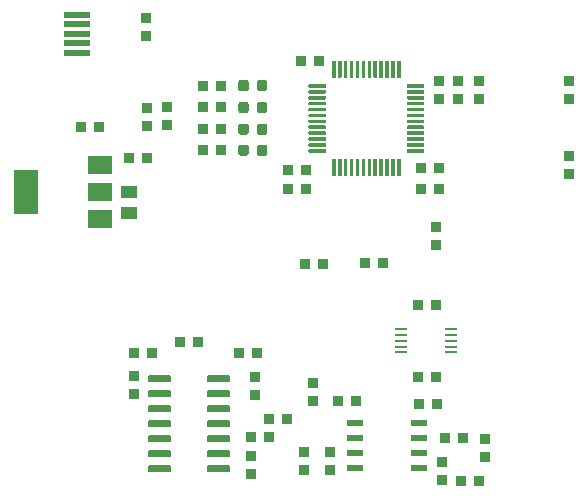
<source format=gtp>
G04 #@! TF.GenerationSoftware,KiCad,Pcbnew,(5.1.2-1)-1*
G04 #@! TF.CreationDate,2019-05-13T23:44:12-03:00*
G04 #@! TF.ProjectId,Capivara,43617069-7661-4726-912e-6b696361645f,rev?*
G04 #@! TF.SameCoordinates,Original*
G04 #@! TF.FileFunction,Paste,Top*
G04 #@! TF.FilePolarity,Positive*
%FSLAX46Y46*%
G04 Gerber Fmt 4.6, Leading zero omitted, Abs format (unit mm)*
G04 Created by KiCad (PCBNEW (5.1.2-1)-1) date 2019-05-13 23:44:12*
%MOMM*%
%LPD*%
G04 APERTURE LIST*
%ADD10R,1.397000X1.016000*%
%ADD11R,0.889000X0.889000*%
%ADD12C,0.100000*%
%ADD13C,0.875000*%
%ADD14R,0.900000X0.900000*%
%ADD15C,0.300000*%
%ADD16R,2.000000X3.800000*%
%ADD17R,2.000000X1.500000*%
%ADD18C,0.600000*%
%ADD19R,1.399540X0.599440*%
%ADD20R,1.100000X0.250000*%
%ADD21R,2.300000X0.500000*%
G04 APERTURE END LIST*
D10*
X39878000Y-64833500D03*
X39878000Y-63055500D03*
D11*
X66357500Y-85915500D03*
X66357500Y-87439500D03*
D12*
G36*
X49808191Y-59025553D02*
G01*
X49829426Y-59028703D01*
X49850250Y-59033919D01*
X49870462Y-59041151D01*
X49889868Y-59050330D01*
X49908281Y-59061366D01*
X49925524Y-59074154D01*
X49941430Y-59088570D01*
X49955846Y-59104476D01*
X49968634Y-59121719D01*
X49979670Y-59140132D01*
X49988849Y-59159538D01*
X49996081Y-59179750D01*
X50001297Y-59200574D01*
X50004447Y-59221809D01*
X50005500Y-59243250D01*
X50005500Y-59755750D01*
X50004447Y-59777191D01*
X50001297Y-59798426D01*
X49996081Y-59819250D01*
X49988849Y-59839462D01*
X49979670Y-59858868D01*
X49968634Y-59877281D01*
X49955846Y-59894524D01*
X49941430Y-59910430D01*
X49925524Y-59924846D01*
X49908281Y-59937634D01*
X49889868Y-59948670D01*
X49870462Y-59957849D01*
X49850250Y-59965081D01*
X49829426Y-59970297D01*
X49808191Y-59973447D01*
X49786750Y-59974500D01*
X49349250Y-59974500D01*
X49327809Y-59973447D01*
X49306574Y-59970297D01*
X49285750Y-59965081D01*
X49265538Y-59957849D01*
X49246132Y-59948670D01*
X49227719Y-59937634D01*
X49210476Y-59924846D01*
X49194570Y-59910430D01*
X49180154Y-59894524D01*
X49167366Y-59877281D01*
X49156330Y-59858868D01*
X49147151Y-59839462D01*
X49139919Y-59819250D01*
X49134703Y-59798426D01*
X49131553Y-59777191D01*
X49130500Y-59755750D01*
X49130500Y-59243250D01*
X49131553Y-59221809D01*
X49134703Y-59200574D01*
X49139919Y-59179750D01*
X49147151Y-59159538D01*
X49156330Y-59140132D01*
X49167366Y-59121719D01*
X49180154Y-59104476D01*
X49194570Y-59088570D01*
X49210476Y-59074154D01*
X49227719Y-59061366D01*
X49246132Y-59050330D01*
X49265538Y-59041151D01*
X49285750Y-59033919D01*
X49306574Y-59028703D01*
X49327809Y-59025553D01*
X49349250Y-59024500D01*
X49786750Y-59024500D01*
X49808191Y-59025553D01*
X49808191Y-59025553D01*
G37*
D13*
X49568000Y-59499500D03*
D12*
G36*
X51383191Y-59025553D02*
G01*
X51404426Y-59028703D01*
X51425250Y-59033919D01*
X51445462Y-59041151D01*
X51464868Y-59050330D01*
X51483281Y-59061366D01*
X51500524Y-59074154D01*
X51516430Y-59088570D01*
X51530846Y-59104476D01*
X51543634Y-59121719D01*
X51554670Y-59140132D01*
X51563849Y-59159538D01*
X51571081Y-59179750D01*
X51576297Y-59200574D01*
X51579447Y-59221809D01*
X51580500Y-59243250D01*
X51580500Y-59755750D01*
X51579447Y-59777191D01*
X51576297Y-59798426D01*
X51571081Y-59819250D01*
X51563849Y-59839462D01*
X51554670Y-59858868D01*
X51543634Y-59877281D01*
X51530846Y-59894524D01*
X51516430Y-59910430D01*
X51500524Y-59924846D01*
X51483281Y-59937634D01*
X51464868Y-59948670D01*
X51445462Y-59957849D01*
X51425250Y-59965081D01*
X51404426Y-59970297D01*
X51383191Y-59973447D01*
X51361750Y-59974500D01*
X50924250Y-59974500D01*
X50902809Y-59973447D01*
X50881574Y-59970297D01*
X50860750Y-59965081D01*
X50840538Y-59957849D01*
X50821132Y-59948670D01*
X50802719Y-59937634D01*
X50785476Y-59924846D01*
X50769570Y-59910430D01*
X50755154Y-59894524D01*
X50742366Y-59877281D01*
X50731330Y-59858868D01*
X50722151Y-59839462D01*
X50714919Y-59819250D01*
X50709703Y-59798426D01*
X50706553Y-59777191D01*
X50705500Y-59755750D01*
X50705500Y-59243250D01*
X50706553Y-59221809D01*
X50709703Y-59200574D01*
X50714919Y-59179750D01*
X50722151Y-59159538D01*
X50731330Y-59140132D01*
X50742366Y-59121719D01*
X50755154Y-59104476D01*
X50769570Y-59088570D01*
X50785476Y-59074154D01*
X50802719Y-59061366D01*
X50821132Y-59050330D01*
X50840538Y-59041151D01*
X50860750Y-59033919D01*
X50881574Y-59028703D01*
X50902809Y-59025553D01*
X50924250Y-59024500D01*
X51361750Y-59024500D01*
X51383191Y-59025553D01*
X51383191Y-59025553D01*
G37*
D13*
X51143000Y-59499500D03*
D12*
G36*
X49808191Y-57247553D02*
G01*
X49829426Y-57250703D01*
X49850250Y-57255919D01*
X49870462Y-57263151D01*
X49889868Y-57272330D01*
X49908281Y-57283366D01*
X49925524Y-57296154D01*
X49941430Y-57310570D01*
X49955846Y-57326476D01*
X49968634Y-57343719D01*
X49979670Y-57362132D01*
X49988849Y-57381538D01*
X49996081Y-57401750D01*
X50001297Y-57422574D01*
X50004447Y-57443809D01*
X50005500Y-57465250D01*
X50005500Y-57977750D01*
X50004447Y-57999191D01*
X50001297Y-58020426D01*
X49996081Y-58041250D01*
X49988849Y-58061462D01*
X49979670Y-58080868D01*
X49968634Y-58099281D01*
X49955846Y-58116524D01*
X49941430Y-58132430D01*
X49925524Y-58146846D01*
X49908281Y-58159634D01*
X49889868Y-58170670D01*
X49870462Y-58179849D01*
X49850250Y-58187081D01*
X49829426Y-58192297D01*
X49808191Y-58195447D01*
X49786750Y-58196500D01*
X49349250Y-58196500D01*
X49327809Y-58195447D01*
X49306574Y-58192297D01*
X49285750Y-58187081D01*
X49265538Y-58179849D01*
X49246132Y-58170670D01*
X49227719Y-58159634D01*
X49210476Y-58146846D01*
X49194570Y-58132430D01*
X49180154Y-58116524D01*
X49167366Y-58099281D01*
X49156330Y-58080868D01*
X49147151Y-58061462D01*
X49139919Y-58041250D01*
X49134703Y-58020426D01*
X49131553Y-57999191D01*
X49130500Y-57977750D01*
X49130500Y-57465250D01*
X49131553Y-57443809D01*
X49134703Y-57422574D01*
X49139919Y-57401750D01*
X49147151Y-57381538D01*
X49156330Y-57362132D01*
X49167366Y-57343719D01*
X49180154Y-57326476D01*
X49194570Y-57310570D01*
X49210476Y-57296154D01*
X49227719Y-57283366D01*
X49246132Y-57272330D01*
X49265538Y-57263151D01*
X49285750Y-57255919D01*
X49306574Y-57250703D01*
X49327809Y-57247553D01*
X49349250Y-57246500D01*
X49786750Y-57246500D01*
X49808191Y-57247553D01*
X49808191Y-57247553D01*
G37*
D13*
X49568000Y-57721500D03*
D12*
G36*
X51383191Y-57247553D02*
G01*
X51404426Y-57250703D01*
X51425250Y-57255919D01*
X51445462Y-57263151D01*
X51464868Y-57272330D01*
X51483281Y-57283366D01*
X51500524Y-57296154D01*
X51516430Y-57310570D01*
X51530846Y-57326476D01*
X51543634Y-57343719D01*
X51554670Y-57362132D01*
X51563849Y-57381538D01*
X51571081Y-57401750D01*
X51576297Y-57422574D01*
X51579447Y-57443809D01*
X51580500Y-57465250D01*
X51580500Y-57977750D01*
X51579447Y-57999191D01*
X51576297Y-58020426D01*
X51571081Y-58041250D01*
X51563849Y-58061462D01*
X51554670Y-58080868D01*
X51543634Y-58099281D01*
X51530846Y-58116524D01*
X51516430Y-58132430D01*
X51500524Y-58146846D01*
X51483281Y-58159634D01*
X51464868Y-58170670D01*
X51445462Y-58179849D01*
X51425250Y-58187081D01*
X51404426Y-58192297D01*
X51383191Y-58195447D01*
X51361750Y-58196500D01*
X50924250Y-58196500D01*
X50902809Y-58195447D01*
X50881574Y-58192297D01*
X50860750Y-58187081D01*
X50840538Y-58179849D01*
X50821132Y-58170670D01*
X50802719Y-58159634D01*
X50785476Y-58146846D01*
X50769570Y-58132430D01*
X50755154Y-58116524D01*
X50742366Y-58099281D01*
X50731330Y-58080868D01*
X50722151Y-58061462D01*
X50714919Y-58041250D01*
X50709703Y-58020426D01*
X50706553Y-57999191D01*
X50705500Y-57977750D01*
X50705500Y-57465250D01*
X50706553Y-57443809D01*
X50709703Y-57422574D01*
X50714919Y-57401750D01*
X50722151Y-57381538D01*
X50731330Y-57362132D01*
X50742366Y-57343719D01*
X50755154Y-57326476D01*
X50769570Y-57310570D01*
X50785476Y-57296154D01*
X50802719Y-57283366D01*
X50821132Y-57272330D01*
X50840538Y-57263151D01*
X50860750Y-57255919D01*
X50881574Y-57250703D01*
X50902809Y-57247553D01*
X50924250Y-57246500D01*
X51361750Y-57246500D01*
X51383191Y-57247553D01*
X51383191Y-57247553D01*
G37*
D13*
X51143000Y-57721500D03*
D12*
G36*
X49808191Y-55406053D02*
G01*
X49829426Y-55409203D01*
X49850250Y-55414419D01*
X49870462Y-55421651D01*
X49889868Y-55430830D01*
X49908281Y-55441866D01*
X49925524Y-55454654D01*
X49941430Y-55469070D01*
X49955846Y-55484976D01*
X49968634Y-55502219D01*
X49979670Y-55520632D01*
X49988849Y-55540038D01*
X49996081Y-55560250D01*
X50001297Y-55581074D01*
X50004447Y-55602309D01*
X50005500Y-55623750D01*
X50005500Y-56136250D01*
X50004447Y-56157691D01*
X50001297Y-56178926D01*
X49996081Y-56199750D01*
X49988849Y-56219962D01*
X49979670Y-56239368D01*
X49968634Y-56257781D01*
X49955846Y-56275024D01*
X49941430Y-56290930D01*
X49925524Y-56305346D01*
X49908281Y-56318134D01*
X49889868Y-56329170D01*
X49870462Y-56338349D01*
X49850250Y-56345581D01*
X49829426Y-56350797D01*
X49808191Y-56353947D01*
X49786750Y-56355000D01*
X49349250Y-56355000D01*
X49327809Y-56353947D01*
X49306574Y-56350797D01*
X49285750Y-56345581D01*
X49265538Y-56338349D01*
X49246132Y-56329170D01*
X49227719Y-56318134D01*
X49210476Y-56305346D01*
X49194570Y-56290930D01*
X49180154Y-56275024D01*
X49167366Y-56257781D01*
X49156330Y-56239368D01*
X49147151Y-56219962D01*
X49139919Y-56199750D01*
X49134703Y-56178926D01*
X49131553Y-56157691D01*
X49130500Y-56136250D01*
X49130500Y-55623750D01*
X49131553Y-55602309D01*
X49134703Y-55581074D01*
X49139919Y-55560250D01*
X49147151Y-55540038D01*
X49156330Y-55520632D01*
X49167366Y-55502219D01*
X49180154Y-55484976D01*
X49194570Y-55469070D01*
X49210476Y-55454654D01*
X49227719Y-55441866D01*
X49246132Y-55430830D01*
X49265538Y-55421651D01*
X49285750Y-55414419D01*
X49306574Y-55409203D01*
X49327809Y-55406053D01*
X49349250Y-55405000D01*
X49786750Y-55405000D01*
X49808191Y-55406053D01*
X49808191Y-55406053D01*
G37*
D13*
X49568000Y-55880000D03*
D12*
G36*
X51383191Y-55406053D02*
G01*
X51404426Y-55409203D01*
X51425250Y-55414419D01*
X51445462Y-55421651D01*
X51464868Y-55430830D01*
X51483281Y-55441866D01*
X51500524Y-55454654D01*
X51516430Y-55469070D01*
X51530846Y-55484976D01*
X51543634Y-55502219D01*
X51554670Y-55520632D01*
X51563849Y-55540038D01*
X51571081Y-55560250D01*
X51576297Y-55581074D01*
X51579447Y-55602309D01*
X51580500Y-55623750D01*
X51580500Y-56136250D01*
X51579447Y-56157691D01*
X51576297Y-56178926D01*
X51571081Y-56199750D01*
X51563849Y-56219962D01*
X51554670Y-56239368D01*
X51543634Y-56257781D01*
X51530846Y-56275024D01*
X51516430Y-56290930D01*
X51500524Y-56305346D01*
X51483281Y-56318134D01*
X51464868Y-56329170D01*
X51445462Y-56338349D01*
X51425250Y-56345581D01*
X51404426Y-56350797D01*
X51383191Y-56353947D01*
X51361750Y-56355000D01*
X50924250Y-56355000D01*
X50902809Y-56353947D01*
X50881574Y-56350797D01*
X50860750Y-56345581D01*
X50840538Y-56338349D01*
X50821132Y-56329170D01*
X50802719Y-56318134D01*
X50785476Y-56305346D01*
X50769570Y-56290930D01*
X50755154Y-56275024D01*
X50742366Y-56257781D01*
X50731330Y-56239368D01*
X50722151Y-56219962D01*
X50714919Y-56199750D01*
X50709703Y-56178926D01*
X50706553Y-56157691D01*
X50705500Y-56136250D01*
X50705500Y-55623750D01*
X50706553Y-55602309D01*
X50709703Y-55581074D01*
X50714919Y-55560250D01*
X50722151Y-55540038D01*
X50731330Y-55520632D01*
X50742366Y-55502219D01*
X50755154Y-55484976D01*
X50769570Y-55469070D01*
X50785476Y-55454654D01*
X50802719Y-55441866D01*
X50821132Y-55430830D01*
X50840538Y-55421651D01*
X50860750Y-55414419D01*
X50881574Y-55409203D01*
X50902809Y-55406053D01*
X50924250Y-55405000D01*
X51361750Y-55405000D01*
X51383191Y-55406053D01*
X51383191Y-55406053D01*
G37*
D13*
X51143000Y-55880000D03*
D12*
G36*
X49808191Y-53564553D02*
G01*
X49829426Y-53567703D01*
X49850250Y-53572919D01*
X49870462Y-53580151D01*
X49889868Y-53589330D01*
X49908281Y-53600366D01*
X49925524Y-53613154D01*
X49941430Y-53627570D01*
X49955846Y-53643476D01*
X49968634Y-53660719D01*
X49979670Y-53679132D01*
X49988849Y-53698538D01*
X49996081Y-53718750D01*
X50001297Y-53739574D01*
X50004447Y-53760809D01*
X50005500Y-53782250D01*
X50005500Y-54294750D01*
X50004447Y-54316191D01*
X50001297Y-54337426D01*
X49996081Y-54358250D01*
X49988849Y-54378462D01*
X49979670Y-54397868D01*
X49968634Y-54416281D01*
X49955846Y-54433524D01*
X49941430Y-54449430D01*
X49925524Y-54463846D01*
X49908281Y-54476634D01*
X49889868Y-54487670D01*
X49870462Y-54496849D01*
X49850250Y-54504081D01*
X49829426Y-54509297D01*
X49808191Y-54512447D01*
X49786750Y-54513500D01*
X49349250Y-54513500D01*
X49327809Y-54512447D01*
X49306574Y-54509297D01*
X49285750Y-54504081D01*
X49265538Y-54496849D01*
X49246132Y-54487670D01*
X49227719Y-54476634D01*
X49210476Y-54463846D01*
X49194570Y-54449430D01*
X49180154Y-54433524D01*
X49167366Y-54416281D01*
X49156330Y-54397868D01*
X49147151Y-54378462D01*
X49139919Y-54358250D01*
X49134703Y-54337426D01*
X49131553Y-54316191D01*
X49130500Y-54294750D01*
X49130500Y-53782250D01*
X49131553Y-53760809D01*
X49134703Y-53739574D01*
X49139919Y-53718750D01*
X49147151Y-53698538D01*
X49156330Y-53679132D01*
X49167366Y-53660719D01*
X49180154Y-53643476D01*
X49194570Y-53627570D01*
X49210476Y-53613154D01*
X49227719Y-53600366D01*
X49246132Y-53589330D01*
X49265538Y-53580151D01*
X49285750Y-53572919D01*
X49306574Y-53567703D01*
X49327809Y-53564553D01*
X49349250Y-53563500D01*
X49786750Y-53563500D01*
X49808191Y-53564553D01*
X49808191Y-53564553D01*
G37*
D13*
X49568000Y-54038500D03*
D12*
G36*
X51383191Y-53564553D02*
G01*
X51404426Y-53567703D01*
X51425250Y-53572919D01*
X51445462Y-53580151D01*
X51464868Y-53589330D01*
X51483281Y-53600366D01*
X51500524Y-53613154D01*
X51516430Y-53627570D01*
X51530846Y-53643476D01*
X51543634Y-53660719D01*
X51554670Y-53679132D01*
X51563849Y-53698538D01*
X51571081Y-53718750D01*
X51576297Y-53739574D01*
X51579447Y-53760809D01*
X51580500Y-53782250D01*
X51580500Y-54294750D01*
X51579447Y-54316191D01*
X51576297Y-54337426D01*
X51571081Y-54358250D01*
X51563849Y-54378462D01*
X51554670Y-54397868D01*
X51543634Y-54416281D01*
X51530846Y-54433524D01*
X51516430Y-54449430D01*
X51500524Y-54463846D01*
X51483281Y-54476634D01*
X51464868Y-54487670D01*
X51445462Y-54496849D01*
X51425250Y-54504081D01*
X51404426Y-54509297D01*
X51383191Y-54512447D01*
X51361750Y-54513500D01*
X50924250Y-54513500D01*
X50902809Y-54512447D01*
X50881574Y-54509297D01*
X50860750Y-54504081D01*
X50840538Y-54496849D01*
X50821132Y-54487670D01*
X50802719Y-54476634D01*
X50785476Y-54463846D01*
X50769570Y-54449430D01*
X50755154Y-54433524D01*
X50742366Y-54416281D01*
X50731330Y-54397868D01*
X50722151Y-54378462D01*
X50714919Y-54358250D01*
X50709703Y-54337426D01*
X50706553Y-54316191D01*
X50705500Y-54294750D01*
X50705500Y-53782250D01*
X50706553Y-53760809D01*
X50709703Y-53739574D01*
X50714919Y-53718750D01*
X50722151Y-53698538D01*
X50731330Y-53679132D01*
X50742366Y-53660719D01*
X50755154Y-53643476D01*
X50769570Y-53627570D01*
X50785476Y-53613154D01*
X50802719Y-53600366D01*
X50821132Y-53589330D01*
X50840538Y-53580151D01*
X50860750Y-53572919D01*
X50881574Y-53567703D01*
X50902809Y-53564553D01*
X50924250Y-53563500D01*
X51361750Y-53563500D01*
X51383191Y-53564553D01*
X51383191Y-53564553D01*
G37*
D13*
X51143000Y-54038500D03*
D11*
X53340000Y-62801500D03*
X54864000Y-62801500D03*
X53340000Y-61150500D03*
X54864000Y-61150500D03*
X54419500Y-51943000D03*
X55943500Y-51943000D03*
X64579500Y-61023500D03*
X66103500Y-61023500D03*
X64579500Y-62801500D03*
X66103500Y-62801500D03*
X77152500Y-61531500D03*
X77152500Y-60007500D03*
X77152500Y-55181500D03*
X77152500Y-53657500D03*
X43116500Y-57404000D03*
X43116500Y-55880000D03*
X35814000Y-57531000D03*
X37338000Y-57531000D03*
X39878000Y-60134500D03*
X41402000Y-60134500D03*
X66103500Y-53657500D03*
X66103500Y-55181500D03*
X67754500Y-53657500D03*
X67754500Y-55181500D03*
X64325500Y-72644000D03*
X65849500Y-72644000D03*
D14*
X55435500Y-79184500D03*
X55435500Y-80708500D03*
X69977000Y-83947000D03*
X69977000Y-85471000D03*
D11*
X65976500Y-81026000D03*
X64452500Y-81026000D03*
X51752500Y-82232500D03*
X53276500Y-82232500D03*
X41402000Y-55943500D03*
X41402000Y-57467500D03*
X65849500Y-65976500D03*
X65849500Y-67500500D03*
X69469000Y-55181500D03*
X69469000Y-53657500D03*
X41275000Y-48323500D03*
X41275000Y-49847500D03*
X59817000Y-69088000D03*
X61341000Y-69088000D03*
X54737000Y-69151500D03*
X56261000Y-69151500D03*
X50165000Y-83820000D03*
X51689000Y-83820000D03*
X50165000Y-86931500D03*
X50165000Y-85407500D03*
X65849500Y-78740000D03*
X64325500Y-78740000D03*
X57531000Y-80772000D03*
X59055000Y-80772000D03*
X66611500Y-83883500D03*
X68135500Y-83883500D03*
X41846500Y-76708000D03*
X40322500Y-76708000D03*
X50673000Y-76708000D03*
X49149000Y-76708000D03*
X40322500Y-80137000D03*
X40322500Y-78613000D03*
X45720000Y-75755500D03*
X44196000Y-75755500D03*
X50546000Y-78740000D03*
X50546000Y-80264000D03*
X56896000Y-85090000D03*
X56896000Y-86614000D03*
X54673500Y-85090000D03*
X54673500Y-86614000D03*
X68008500Y-87503000D03*
X69532500Y-87503000D03*
X47625000Y-54038500D03*
X46101000Y-54038500D03*
X47625000Y-55880000D03*
X46101000Y-55880000D03*
X47625000Y-57721500D03*
X46101000Y-57721500D03*
X47625000Y-59499500D03*
X46101000Y-59499500D03*
D12*
G36*
X64804851Y-59412861D02*
G01*
X64812132Y-59413941D01*
X64819271Y-59415729D01*
X64826201Y-59418209D01*
X64832855Y-59421356D01*
X64839168Y-59425140D01*
X64845079Y-59429524D01*
X64850533Y-59434467D01*
X64855476Y-59439921D01*
X64859860Y-59445832D01*
X64863644Y-59452145D01*
X64866791Y-59458799D01*
X64869271Y-59465729D01*
X64871059Y-59472868D01*
X64872139Y-59480149D01*
X64872500Y-59487500D01*
X64872500Y-59637500D01*
X64872139Y-59644851D01*
X64871059Y-59652132D01*
X64869271Y-59659271D01*
X64866791Y-59666201D01*
X64863644Y-59672855D01*
X64859860Y-59679168D01*
X64855476Y-59685079D01*
X64850533Y-59690533D01*
X64845079Y-59695476D01*
X64839168Y-59699860D01*
X64832855Y-59703644D01*
X64826201Y-59706791D01*
X64819271Y-59709271D01*
X64812132Y-59711059D01*
X64804851Y-59712139D01*
X64797500Y-59712500D01*
X63472500Y-59712500D01*
X63465149Y-59712139D01*
X63457868Y-59711059D01*
X63450729Y-59709271D01*
X63443799Y-59706791D01*
X63437145Y-59703644D01*
X63430832Y-59699860D01*
X63424921Y-59695476D01*
X63419467Y-59690533D01*
X63414524Y-59685079D01*
X63410140Y-59679168D01*
X63406356Y-59672855D01*
X63403209Y-59666201D01*
X63400729Y-59659271D01*
X63398941Y-59652132D01*
X63397861Y-59644851D01*
X63397500Y-59637500D01*
X63397500Y-59487500D01*
X63397861Y-59480149D01*
X63398941Y-59472868D01*
X63400729Y-59465729D01*
X63403209Y-59458799D01*
X63406356Y-59452145D01*
X63410140Y-59445832D01*
X63414524Y-59439921D01*
X63419467Y-59434467D01*
X63424921Y-59429524D01*
X63430832Y-59425140D01*
X63437145Y-59421356D01*
X63443799Y-59418209D01*
X63450729Y-59415729D01*
X63457868Y-59413941D01*
X63465149Y-59412861D01*
X63472500Y-59412500D01*
X64797500Y-59412500D01*
X64804851Y-59412861D01*
X64804851Y-59412861D01*
G37*
D15*
X64135000Y-59562500D03*
D12*
G36*
X64804851Y-58912861D02*
G01*
X64812132Y-58913941D01*
X64819271Y-58915729D01*
X64826201Y-58918209D01*
X64832855Y-58921356D01*
X64839168Y-58925140D01*
X64845079Y-58929524D01*
X64850533Y-58934467D01*
X64855476Y-58939921D01*
X64859860Y-58945832D01*
X64863644Y-58952145D01*
X64866791Y-58958799D01*
X64869271Y-58965729D01*
X64871059Y-58972868D01*
X64872139Y-58980149D01*
X64872500Y-58987500D01*
X64872500Y-59137500D01*
X64872139Y-59144851D01*
X64871059Y-59152132D01*
X64869271Y-59159271D01*
X64866791Y-59166201D01*
X64863644Y-59172855D01*
X64859860Y-59179168D01*
X64855476Y-59185079D01*
X64850533Y-59190533D01*
X64845079Y-59195476D01*
X64839168Y-59199860D01*
X64832855Y-59203644D01*
X64826201Y-59206791D01*
X64819271Y-59209271D01*
X64812132Y-59211059D01*
X64804851Y-59212139D01*
X64797500Y-59212500D01*
X63472500Y-59212500D01*
X63465149Y-59212139D01*
X63457868Y-59211059D01*
X63450729Y-59209271D01*
X63443799Y-59206791D01*
X63437145Y-59203644D01*
X63430832Y-59199860D01*
X63424921Y-59195476D01*
X63419467Y-59190533D01*
X63414524Y-59185079D01*
X63410140Y-59179168D01*
X63406356Y-59172855D01*
X63403209Y-59166201D01*
X63400729Y-59159271D01*
X63398941Y-59152132D01*
X63397861Y-59144851D01*
X63397500Y-59137500D01*
X63397500Y-58987500D01*
X63397861Y-58980149D01*
X63398941Y-58972868D01*
X63400729Y-58965729D01*
X63403209Y-58958799D01*
X63406356Y-58952145D01*
X63410140Y-58945832D01*
X63414524Y-58939921D01*
X63419467Y-58934467D01*
X63424921Y-58929524D01*
X63430832Y-58925140D01*
X63437145Y-58921356D01*
X63443799Y-58918209D01*
X63450729Y-58915729D01*
X63457868Y-58913941D01*
X63465149Y-58912861D01*
X63472500Y-58912500D01*
X64797500Y-58912500D01*
X64804851Y-58912861D01*
X64804851Y-58912861D01*
G37*
D15*
X64135000Y-59062500D03*
D12*
G36*
X64804851Y-58412861D02*
G01*
X64812132Y-58413941D01*
X64819271Y-58415729D01*
X64826201Y-58418209D01*
X64832855Y-58421356D01*
X64839168Y-58425140D01*
X64845079Y-58429524D01*
X64850533Y-58434467D01*
X64855476Y-58439921D01*
X64859860Y-58445832D01*
X64863644Y-58452145D01*
X64866791Y-58458799D01*
X64869271Y-58465729D01*
X64871059Y-58472868D01*
X64872139Y-58480149D01*
X64872500Y-58487500D01*
X64872500Y-58637500D01*
X64872139Y-58644851D01*
X64871059Y-58652132D01*
X64869271Y-58659271D01*
X64866791Y-58666201D01*
X64863644Y-58672855D01*
X64859860Y-58679168D01*
X64855476Y-58685079D01*
X64850533Y-58690533D01*
X64845079Y-58695476D01*
X64839168Y-58699860D01*
X64832855Y-58703644D01*
X64826201Y-58706791D01*
X64819271Y-58709271D01*
X64812132Y-58711059D01*
X64804851Y-58712139D01*
X64797500Y-58712500D01*
X63472500Y-58712500D01*
X63465149Y-58712139D01*
X63457868Y-58711059D01*
X63450729Y-58709271D01*
X63443799Y-58706791D01*
X63437145Y-58703644D01*
X63430832Y-58699860D01*
X63424921Y-58695476D01*
X63419467Y-58690533D01*
X63414524Y-58685079D01*
X63410140Y-58679168D01*
X63406356Y-58672855D01*
X63403209Y-58666201D01*
X63400729Y-58659271D01*
X63398941Y-58652132D01*
X63397861Y-58644851D01*
X63397500Y-58637500D01*
X63397500Y-58487500D01*
X63397861Y-58480149D01*
X63398941Y-58472868D01*
X63400729Y-58465729D01*
X63403209Y-58458799D01*
X63406356Y-58452145D01*
X63410140Y-58445832D01*
X63414524Y-58439921D01*
X63419467Y-58434467D01*
X63424921Y-58429524D01*
X63430832Y-58425140D01*
X63437145Y-58421356D01*
X63443799Y-58418209D01*
X63450729Y-58415729D01*
X63457868Y-58413941D01*
X63465149Y-58412861D01*
X63472500Y-58412500D01*
X64797500Y-58412500D01*
X64804851Y-58412861D01*
X64804851Y-58412861D01*
G37*
D15*
X64135000Y-58562500D03*
D12*
G36*
X64804851Y-57912861D02*
G01*
X64812132Y-57913941D01*
X64819271Y-57915729D01*
X64826201Y-57918209D01*
X64832855Y-57921356D01*
X64839168Y-57925140D01*
X64845079Y-57929524D01*
X64850533Y-57934467D01*
X64855476Y-57939921D01*
X64859860Y-57945832D01*
X64863644Y-57952145D01*
X64866791Y-57958799D01*
X64869271Y-57965729D01*
X64871059Y-57972868D01*
X64872139Y-57980149D01*
X64872500Y-57987500D01*
X64872500Y-58137500D01*
X64872139Y-58144851D01*
X64871059Y-58152132D01*
X64869271Y-58159271D01*
X64866791Y-58166201D01*
X64863644Y-58172855D01*
X64859860Y-58179168D01*
X64855476Y-58185079D01*
X64850533Y-58190533D01*
X64845079Y-58195476D01*
X64839168Y-58199860D01*
X64832855Y-58203644D01*
X64826201Y-58206791D01*
X64819271Y-58209271D01*
X64812132Y-58211059D01*
X64804851Y-58212139D01*
X64797500Y-58212500D01*
X63472500Y-58212500D01*
X63465149Y-58212139D01*
X63457868Y-58211059D01*
X63450729Y-58209271D01*
X63443799Y-58206791D01*
X63437145Y-58203644D01*
X63430832Y-58199860D01*
X63424921Y-58195476D01*
X63419467Y-58190533D01*
X63414524Y-58185079D01*
X63410140Y-58179168D01*
X63406356Y-58172855D01*
X63403209Y-58166201D01*
X63400729Y-58159271D01*
X63398941Y-58152132D01*
X63397861Y-58144851D01*
X63397500Y-58137500D01*
X63397500Y-57987500D01*
X63397861Y-57980149D01*
X63398941Y-57972868D01*
X63400729Y-57965729D01*
X63403209Y-57958799D01*
X63406356Y-57952145D01*
X63410140Y-57945832D01*
X63414524Y-57939921D01*
X63419467Y-57934467D01*
X63424921Y-57929524D01*
X63430832Y-57925140D01*
X63437145Y-57921356D01*
X63443799Y-57918209D01*
X63450729Y-57915729D01*
X63457868Y-57913941D01*
X63465149Y-57912861D01*
X63472500Y-57912500D01*
X64797500Y-57912500D01*
X64804851Y-57912861D01*
X64804851Y-57912861D01*
G37*
D15*
X64135000Y-58062500D03*
D12*
G36*
X64804851Y-57412861D02*
G01*
X64812132Y-57413941D01*
X64819271Y-57415729D01*
X64826201Y-57418209D01*
X64832855Y-57421356D01*
X64839168Y-57425140D01*
X64845079Y-57429524D01*
X64850533Y-57434467D01*
X64855476Y-57439921D01*
X64859860Y-57445832D01*
X64863644Y-57452145D01*
X64866791Y-57458799D01*
X64869271Y-57465729D01*
X64871059Y-57472868D01*
X64872139Y-57480149D01*
X64872500Y-57487500D01*
X64872500Y-57637500D01*
X64872139Y-57644851D01*
X64871059Y-57652132D01*
X64869271Y-57659271D01*
X64866791Y-57666201D01*
X64863644Y-57672855D01*
X64859860Y-57679168D01*
X64855476Y-57685079D01*
X64850533Y-57690533D01*
X64845079Y-57695476D01*
X64839168Y-57699860D01*
X64832855Y-57703644D01*
X64826201Y-57706791D01*
X64819271Y-57709271D01*
X64812132Y-57711059D01*
X64804851Y-57712139D01*
X64797500Y-57712500D01*
X63472500Y-57712500D01*
X63465149Y-57712139D01*
X63457868Y-57711059D01*
X63450729Y-57709271D01*
X63443799Y-57706791D01*
X63437145Y-57703644D01*
X63430832Y-57699860D01*
X63424921Y-57695476D01*
X63419467Y-57690533D01*
X63414524Y-57685079D01*
X63410140Y-57679168D01*
X63406356Y-57672855D01*
X63403209Y-57666201D01*
X63400729Y-57659271D01*
X63398941Y-57652132D01*
X63397861Y-57644851D01*
X63397500Y-57637500D01*
X63397500Y-57487500D01*
X63397861Y-57480149D01*
X63398941Y-57472868D01*
X63400729Y-57465729D01*
X63403209Y-57458799D01*
X63406356Y-57452145D01*
X63410140Y-57445832D01*
X63414524Y-57439921D01*
X63419467Y-57434467D01*
X63424921Y-57429524D01*
X63430832Y-57425140D01*
X63437145Y-57421356D01*
X63443799Y-57418209D01*
X63450729Y-57415729D01*
X63457868Y-57413941D01*
X63465149Y-57412861D01*
X63472500Y-57412500D01*
X64797500Y-57412500D01*
X64804851Y-57412861D01*
X64804851Y-57412861D01*
G37*
D15*
X64135000Y-57562500D03*
D12*
G36*
X64804851Y-56912861D02*
G01*
X64812132Y-56913941D01*
X64819271Y-56915729D01*
X64826201Y-56918209D01*
X64832855Y-56921356D01*
X64839168Y-56925140D01*
X64845079Y-56929524D01*
X64850533Y-56934467D01*
X64855476Y-56939921D01*
X64859860Y-56945832D01*
X64863644Y-56952145D01*
X64866791Y-56958799D01*
X64869271Y-56965729D01*
X64871059Y-56972868D01*
X64872139Y-56980149D01*
X64872500Y-56987500D01*
X64872500Y-57137500D01*
X64872139Y-57144851D01*
X64871059Y-57152132D01*
X64869271Y-57159271D01*
X64866791Y-57166201D01*
X64863644Y-57172855D01*
X64859860Y-57179168D01*
X64855476Y-57185079D01*
X64850533Y-57190533D01*
X64845079Y-57195476D01*
X64839168Y-57199860D01*
X64832855Y-57203644D01*
X64826201Y-57206791D01*
X64819271Y-57209271D01*
X64812132Y-57211059D01*
X64804851Y-57212139D01*
X64797500Y-57212500D01*
X63472500Y-57212500D01*
X63465149Y-57212139D01*
X63457868Y-57211059D01*
X63450729Y-57209271D01*
X63443799Y-57206791D01*
X63437145Y-57203644D01*
X63430832Y-57199860D01*
X63424921Y-57195476D01*
X63419467Y-57190533D01*
X63414524Y-57185079D01*
X63410140Y-57179168D01*
X63406356Y-57172855D01*
X63403209Y-57166201D01*
X63400729Y-57159271D01*
X63398941Y-57152132D01*
X63397861Y-57144851D01*
X63397500Y-57137500D01*
X63397500Y-56987500D01*
X63397861Y-56980149D01*
X63398941Y-56972868D01*
X63400729Y-56965729D01*
X63403209Y-56958799D01*
X63406356Y-56952145D01*
X63410140Y-56945832D01*
X63414524Y-56939921D01*
X63419467Y-56934467D01*
X63424921Y-56929524D01*
X63430832Y-56925140D01*
X63437145Y-56921356D01*
X63443799Y-56918209D01*
X63450729Y-56915729D01*
X63457868Y-56913941D01*
X63465149Y-56912861D01*
X63472500Y-56912500D01*
X64797500Y-56912500D01*
X64804851Y-56912861D01*
X64804851Y-56912861D01*
G37*
D15*
X64135000Y-57062500D03*
D12*
G36*
X64804851Y-56412861D02*
G01*
X64812132Y-56413941D01*
X64819271Y-56415729D01*
X64826201Y-56418209D01*
X64832855Y-56421356D01*
X64839168Y-56425140D01*
X64845079Y-56429524D01*
X64850533Y-56434467D01*
X64855476Y-56439921D01*
X64859860Y-56445832D01*
X64863644Y-56452145D01*
X64866791Y-56458799D01*
X64869271Y-56465729D01*
X64871059Y-56472868D01*
X64872139Y-56480149D01*
X64872500Y-56487500D01*
X64872500Y-56637500D01*
X64872139Y-56644851D01*
X64871059Y-56652132D01*
X64869271Y-56659271D01*
X64866791Y-56666201D01*
X64863644Y-56672855D01*
X64859860Y-56679168D01*
X64855476Y-56685079D01*
X64850533Y-56690533D01*
X64845079Y-56695476D01*
X64839168Y-56699860D01*
X64832855Y-56703644D01*
X64826201Y-56706791D01*
X64819271Y-56709271D01*
X64812132Y-56711059D01*
X64804851Y-56712139D01*
X64797500Y-56712500D01*
X63472500Y-56712500D01*
X63465149Y-56712139D01*
X63457868Y-56711059D01*
X63450729Y-56709271D01*
X63443799Y-56706791D01*
X63437145Y-56703644D01*
X63430832Y-56699860D01*
X63424921Y-56695476D01*
X63419467Y-56690533D01*
X63414524Y-56685079D01*
X63410140Y-56679168D01*
X63406356Y-56672855D01*
X63403209Y-56666201D01*
X63400729Y-56659271D01*
X63398941Y-56652132D01*
X63397861Y-56644851D01*
X63397500Y-56637500D01*
X63397500Y-56487500D01*
X63397861Y-56480149D01*
X63398941Y-56472868D01*
X63400729Y-56465729D01*
X63403209Y-56458799D01*
X63406356Y-56452145D01*
X63410140Y-56445832D01*
X63414524Y-56439921D01*
X63419467Y-56434467D01*
X63424921Y-56429524D01*
X63430832Y-56425140D01*
X63437145Y-56421356D01*
X63443799Y-56418209D01*
X63450729Y-56415729D01*
X63457868Y-56413941D01*
X63465149Y-56412861D01*
X63472500Y-56412500D01*
X64797500Y-56412500D01*
X64804851Y-56412861D01*
X64804851Y-56412861D01*
G37*
D15*
X64135000Y-56562500D03*
D12*
G36*
X64804851Y-55912861D02*
G01*
X64812132Y-55913941D01*
X64819271Y-55915729D01*
X64826201Y-55918209D01*
X64832855Y-55921356D01*
X64839168Y-55925140D01*
X64845079Y-55929524D01*
X64850533Y-55934467D01*
X64855476Y-55939921D01*
X64859860Y-55945832D01*
X64863644Y-55952145D01*
X64866791Y-55958799D01*
X64869271Y-55965729D01*
X64871059Y-55972868D01*
X64872139Y-55980149D01*
X64872500Y-55987500D01*
X64872500Y-56137500D01*
X64872139Y-56144851D01*
X64871059Y-56152132D01*
X64869271Y-56159271D01*
X64866791Y-56166201D01*
X64863644Y-56172855D01*
X64859860Y-56179168D01*
X64855476Y-56185079D01*
X64850533Y-56190533D01*
X64845079Y-56195476D01*
X64839168Y-56199860D01*
X64832855Y-56203644D01*
X64826201Y-56206791D01*
X64819271Y-56209271D01*
X64812132Y-56211059D01*
X64804851Y-56212139D01*
X64797500Y-56212500D01*
X63472500Y-56212500D01*
X63465149Y-56212139D01*
X63457868Y-56211059D01*
X63450729Y-56209271D01*
X63443799Y-56206791D01*
X63437145Y-56203644D01*
X63430832Y-56199860D01*
X63424921Y-56195476D01*
X63419467Y-56190533D01*
X63414524Y-56185079D01*
X63410140Y-56179168D01*
X63406356Y-56172855D01*
X63403209Y-56166201D01*
X63400729Y-56159271D01*
X63398941Y-56152132D01*
X63397861Y-56144851D01*
X63397500Y-56137500D01*
X63397500Y-55987500D01*
X63397861Y-55980149D01*
X63398941Y-55972868D01*
X63400729Y-55965729D01*
X63403209Y-55958799D01*
X63406356Y-55952145D01*
X63410140Y-55945832D01*
X63414524Y-55939921D01*
X63419467Y-55934467D01*
X63424921Y-55929524D01*
X63430832Y-55925140D01*
X63437145Y-55921356D01*
X63443799Y-55918209D01*
X63450729Y-55915729D01*
X63457868Y-55913941D01*
X63465149Y-55912861D01*
X63472500Y-55912500D01*
X64797500Y-55912500D01*
X64804851Y-55912861D01*
X64804851Y-55912861D01*
G37*
D15*
X64135000Y-56062500D03*
D12*
G36*
X64804851Y-55412861D02*
G01*
X64812132Y-55413941D01*
X64819271Y-55415729D01*
X64826201Y-55418209D01*
X64832855Y-55421356D01*
X64839168Y-55425140D01*
X64845079Y-55429524D01*
X64850533Y-55434467D01*
X64855476Y-55439921D01*
X64859860Y-55445832D01*
X64863644Y-55452145D01*
X64866791Y-55458799D01*
X64869271Y-55465729D01*
X64871059Y-55472868D01*
X64872139Y-55480149D01*
X64872500Y-55487500D01*
X64872500Y-55637500D01*
X64872139Y-55644851D01*
X64871059Y-55652132D01*
X64869271Y-55659271D01*
X64866791Y-55666201D01*
X64863644Y-55672855D01*
X64859860Y-55679168D01*
X64855476Y-55685079D01*
X64850533Y-55690533D01*
X64845079Y-55695476D01*
X64839168Y-55699860D01*
X64832855Y-55703644D01*
X64826201Y-55706791D01*
X64819271Y-55709271D01*
X64812132Y-55711059D01*
X64804851Y-55712139D01*
X64797500Y-55712500D01*
X63472500Y-55712500D01*
X63465149Y-55712139D01*
X63457868Y-55711059D01*
X63450729Y-55709271D01*
X63443799Y-55706791D01*
X63437145Y-55703644D01*
X63430832Y-55699860D01*
X63424921Y-55695476D01*
X63419467Y-55690533D01*
X63414524Y-55685079D01*
X63410140Y-55679168D01*
X63406356Y-55672855D01*
X63403209Y-55666201D01*
X63400729Y-55659271D01*
X63398941Y-55652132D01*
X63397861Y-55644851D01*
X63397500Y-55637500D01*
X63397500Y-55487500D01*
X63397861Y-55480149D01*
X63398941Y-55472868D01*
X63400729Y-55465729D01*
X63403209Y-55458799D01*
X63406356Y-55452145D01*
X63410140Y-55445832D01*
X63414524Y-55439921D01*
X63419467Y-55434467D01*
X63424921Y-55429524D01*
X63430832Y-55425140D01*
X63437145Y-55421356D01*
X63443799Y-55418209D01*
X63450729Y-55415729D01*
X63457868Y-55413941D01*
X63465149Y-55412861D01*
X63472500Y-55412500D01*
X64797500Y-55412500D01*
X64804851Y-55412861D01*
X64804851Y-55412861D01*
G37*
D15*
X64135000Y-55562500D03*
D12*
G36*
X64804851Y-54912861D02*
G01*
X64812132Y-54913941D01*
X64819271Y-54915729D01*
X64826201Y-54918209D01*
X64832855Y-54921356D01*
X64839168Y-54925140D01*
X64845079Y-54929524D01*
X64850533Y-54934467D01*
X64855476Y-54939921D01*
X64859860Y-54945832D01*
X64863644Y-54952145D01*
X64866791Y-54958799D01*
X64869271Y-54965729D01*
X64871059Y-54972868D01*
X64872139Y-54980149D01*
X64872500Y-54987500D01*
X64872500Y-55137500D01*
X64872139Y-55144851D01*
X64871059Y-55152132D01*
X64869271Y-55159271D01*
X64866791Y-55166201D01*
X64863644Y-55172855D01*
X64859860Y-55179168D01*
X64855476Y-55185079D01*
X64850533Y-55190533D01*
X64845079Y-55195476D01*
X64839168Y-55199860D01*
X64832855Y-55203644D01*
X64826201Y-55206791D01*
X64819271Y-55209271D01*
X64812132Y-55211059D01*
X64804851Y-55212139D01*
X64797500Y-55212500D01*
X63472500Y-55212500D01*
X63465149Y-55212139D01*
X63457868Y-55211059D01*
X63450729Y-55209271D01*
X63443799Y-55206791D01*
X63437145Y-55203644D01*
X63430832Y-55199860D01*
X63424921Y-55195476D01*
X63419467Y-55190533D01*
X63414524Y-55185079D01*
X63410140Y-55179168D01*
X63406356Y-55172855D01*
X63403209Y-55166201D01*
X63400729Y-55159271D01*
X63398941Y-55152132D01*
X63397861Y-55144851D01*
X63397500Y-55137500D01*
X63397500Y-54987500D01*
X63397861Y-54980149D01*
X63398941Y-54972868D01*
X63400729Y-54965729D01*
X63403209Y-54958799D01*
X63406356Y-54952145D01*
X63410140Y-54945832D01*
X63414524Y-54939921D01*
X63419467Y-54934467D01*
X63424921Y-54929524D01*
X63430832Y-54925140D01*
X63437145Y-54921356D01*
X63443799Y-54918209D01*
X63450729Y-54915729D01*
X63457868Y-54913941D01*
X63465149Y-54912861D01*
X63472500Y-54912500D01*
X64797500Y-54912500D01*
X64804851Y-54912861D01*
X64804851Y-54912861D01*
G37*
D15*
X64135000Y-55062500D03*
D12*
G36*
X64804851Y-54412861D02*
G01*
X64812132Y-54413941D01*
X64819271Y-54415729D01*
X64826201Y-54418209D01*
X64832855Y-54421356D01*
X64839168Y-54425140D01*
X64845079Y-54429524D01*
X64850533Y-54434467D01*
X64855476Y-54439921D01*
X64859860Y-54445832D01*
X64863644Y-54452145D01*
X64866791Y-54458799D01*
X64869271Y-54465729D01*
X64871059Y-54472868D01*
X64872139Y-54480149D01*
X64872500Y-54487500D01*
X64872500Y-54637500D01*
X64872139Y-54644851D01*
X64871059Y-54652132D01*
X64869271Y-54659271D01*
X64866791Y-54666201D01*
X64863644Y-54672855D01*
X64859860Y-54679168D01*
X64855476Y-54685079D01*
X64850533Y-54690533D01*
X64845079Y-54695476D01*
X64839168Y-54699860D01*
X64832855Y-54703644D01*
X64826201Y-54706791D01*
X64819271Y-54709271D01*
X64812132Y-54711059D01*
X64804851Y-54712139D01*
X64797500Y-54712500D01*
X63472500Y-54712500D01*
X63465149Y-54712139D01*
X63457868Y-54711059D01*
X63450729Y-54709271D01*
X63443799Y-54706791D01*
X63437145Y-54703644D01*
X63430832Y-54699860D01*
X63424921Y-54695476D01*
X63419467Y-54690533D01*
X63414524Y-54685079D01*
X63410140Y-54679168D01*
X63406356Y-54672855D01*
X63403209Y-54666201D01*
X63400729Y-54659271D01*
X63398941Y-54652132D01*
X63397861Y-54644851D01*
X63397500Y-54637500D01*
X63397500Y-54487500D01*
X63397861Y-54480149D01*
X63398941Y-54472868D01*
X63400729Y-54465729D01*
X63403209Y-54458799D01*
X63406356Y-54452145D01*
X63410140Y-54445832D01*
X63414524Y-54439921D01*
X63419467Y-54434467D01*
X63424921Y-54429524D01*
X63430832Y-54425140D01*
X63437145Y-54421356D01*
X63443799Y-54418209D01*
X63450729Y-54415729D01*
X63457868Y-54413941D01*
X63465149Y-54412861D01*
X63472500Y-54412500D01*
X64797500Y-54412500D01*
X64804851Y-54412861D01*
X64804851Y-54412861D01*
G37*
D15*
X64135000Y-54562500D03*
D12*
G36*
X64804851Y-53912861D02*
G01*
X64812132Y-53913941D01*
X64819271Y-53915729D01*
X64826201Y-53918209D01*
X64832855Y-53921356D01*
X64839168Y-53925140D01*
X64845079Y-53929524D01*
X64850533Y-53934467D01*
X64855476Y-53939921D01*
X64859860Y-53945832D01*
X64863644Y-53952145D01*
X64866791Y-53958799D01*
X64869271Y-53965729D01*
X64871059Y-53972868D01*
X64872139Y-53980149D01*
X64872500Y-53987500D01*
X64872500Y-54137500D01*
X64872139Y-54144851D01*
X64871059Y-54152132D01*
X64869271Y-54159271D01*
X64866791Y-54166201D01*
X64863644Y-54172855D01*
X64859860Y-54179168D01*
X64855476Y-54185079D01*
X64850533Y-54190533D01*
X64845079Y-54195476D01*
X64839168Y-54199860D01*
X64832855Y-54203644D01*
X64826201Y-54206791D01*
X64819271Y-54209271D01*
X64812132Y-54211059D01*
X64804851Y-54212139D01*
X64797500Y-54212500D01*
X63472500Y-54212500D01*
X63465149Y-54212139D01*
X63457868Y-54211059D01*
X63450729Y-54209271D01*
X63443799Y-54206791D01*
X63437145Y-54203644D01*
X63430832Y-54199860D01*
X63424921Y-54195476D01*
X63419467Y-54190533D01*
X63414524Y-54185079D01*
X63410140Y-54179168D01*
X63406356Y-54172855D01*
X63403209Y-54166201D01*
X63400729Y-54159271D01*
X63398941Y-54152132D01*
X63397861Y-54144851D01*
X63397500Y-54137500D01*
X63397500Y-53987500D01*
X63397861Y-53980149D01*
X63398941Y-53972868D01*
X63400729Y-53965729D01*
X63403209Y-53958799D01*
X63406356Y-53952145D01*
X63410140Y-53945832D01*
X63414524Y-53939921D01*
X63419467Y-53934467D01*
X63424921Y-53929524D01*
X63430832Y-53925140D01*
X63437145Y-53921356D01*
X63443799Y-53918209D01*
X63450729Y-53915729D01*
X63457868Y-53913941D01*
X63465149Y-53912861D01*
X63472500Y-53912500D01*
X64797500Y-53912500D01*
X64804851Y-53912861D01*
X64804851Y-53912861D01*
G37*
D15*
X64135000Y-54062500D03*
D12*
G36*
X62804851Y-51912861D02*
G01*
X62812132Y-51913941D01*
X62819271Y-51915729D01*
X62826201Y-51918209D01*
X62832855Y-51921356D01*
X62839168Y-51925140D01*
X62845079Y-51929524D01*
X62850533Y-51934467D01*
X62855476Y-51939921D01*
X62859860Y-51945832D01*
X62863644Y-51952145D01*
X62866791Y-51958799D01*
X62869271Y-51965729D01*
X62871059Y-51972868D01*
X62872139Y-51980149D01*
X62872500Y-51987500D01*
X62872500Y-53312500D01*
X62872139Y-53319851D01*
X62871059Y-53327132D01*
X62869271Y-53334271D01*
X62866791Y-53341201D01*
X62863644Y-53347855D01*
X62859860Y-53354168D01*
X62855476Y-53360079D01*
X62850533Y-53365533D01*
X62845079Y-53370476D01*
X62839168Y-53374860D01*
X62832855Y-53378644D01*
X62826201Y-53381791D01*
X62819271Y-53384271D01*
X62812132Y-53386059D01*
X62804851Y-53387139D01*
X62797500Y-53387500D01*
X62647500Y-53387500D01*
X62640149Y-53387139D01*
X62632868Y-53386059D01*
X62625729Y-53384271D01*
X62618799Y-53381791D01*
X62612145Y-53378644D01*
X62605832Y-53374860D01*
X62599921Y-53370476D01*
X62594467Y-53365533D01*
X62589524Y-53360079D01*
X62585140Y-53354168D01*
X62581356Y-53347855D01*
X62578209Y-53341201D01*
X62575729Y-53334271D01*
X62573941Y-53327132D01*
X62572861Y-53319851D01*
X62572500Y-53312500D01*
X62572500Y-51987500D01*
X62572861Y-51980149D01*
X62573941Y-51972868D01*
X62575729Y-51965729D01*
X62578209Y-51958799D01*
X62581356Y-51952145D01*
X62585140Y-51945832D01*
X62589524Y-51939921D01*
X62594467Y-51934467D01*
X62599921Y-51929524D01*
X62605832Y-51925140D01*
X62612145Y-51921356D01*
X62618799Y-51918209D01*
X62625729Y-51915729D01*
X62632868Y-51913941D01*
X62640149Y-51912861D01*
X62647500Y-51912500D01*
X62797500Y-51912500D01*
X62804851Y-51912861D01*
X62804851Y-51912861D01*
G37*
D15*
X62722500Y-52650000D03*
D12*
G36*
X62304851Y-51912861D02*
G01*
X62312132Y-51913941D01*
X62319271Y-51915729D01*
X62326201Y-51918209D01*
X62332855Y-51921356D01*
X62339168Y-51925140D01*
X62345079Y-51929524D01*
X62350533Y-51934467D01*
X62355476Y-51939921D01*
X62359860Y-51945832D01*
X62363644Y-51952145D01*
X62366791Y-51958799D01*
X62369271Y-51965729D01*
X62371059Y-51972868D01*
X62372139Y-51980149D01*
X62372500Y-51987500D01*
X62372500Y-53312500D01*
X62372139Y-53319851D01*
X62371059Y-53327132D01*
X62369271Y-53334271D01*
X62366791Y-53341201D01*
X62363644Y-53347855D01*
X62359860Y-53354168D01*
X62355476Y-53360079D01*
X62350533Y-53365533D01*
X62345079Y-53370476D01*
X62339168Y-53374860D01*
X62332855Y-53378644D01*
X62326201Y-53381791D01*
X62319271Y-53384271D01*
X62312132Y-53386059D01*
X62304851Y-53387139D01*
X62297500Y-53387500D01*
X62147500Y-53387500D01*
X62140149Y-53387139D01*
X62132868Y-53386059D01*
X62125729Y-53384271D01*
X62118799Y-53381791D01*
X62112145Y-53378644D01*
X62105832Y-53374860D01*
X62099921Y-53370476D01*
X62094467Y-53365533D01*
X62089524Y-53360079D01*
X62085140Y-53354168D01*
X62081356Y-53347855D01*
X62078209Y-53341201D01*
X62075729Y-53334271D01*
X62073941Y-53327132D01*
X62072861Y-53319851D01*
X62072500Y-53312500D01*
X62072500Y-51987500D01*
X62072861Y-51980149D01*
X62073941Y-51972868D01*
X62075729Y-51965729D01*
X62078209Y-51958799D01*
X62081356Y-51952145D01*
X62085140Y-51945832D01*
X62089524Y-51939921D01*
X62094467Y-51934467D01*
X62099921Y-51929524D01*
X62105832Y-51925140D01*
X62112145Y-51921356D01*
X62118799Y-51918209D01*
X62125729Y-51915729D01*
X62132868Y-51913941D01*
X62140149Y-51912861D01*
X62147500Y-51912500D01*
X62297500Y-51912500D01*
X62304851Y-51912861D01*
X62304851Y-51912861D01*
G37*
D15*
X62222500Y-52650000D03*
D12*
G36*
X61804851Y-51912861D02*
G01*
X61812132Y-51913941D01*
X61819271Y-51915729D01*
X61826201Y-51918209D01*
X61832855Y-51921356D01*
X61839168Y-51925140D01*
X61845079Y-51929524D01*
X61850533Y-51934467D01*
X61855476Y-51939921D01*
X61859860Y-51945832D01*
X61863644Y-51952145D01*
X61866791Y-51958799D01*
X61869271Y-51965729D01*
X61871059Y-51972868D01*
X61872139Y-51980149D01*
X61872500Y-51987500D01*
X61872500Y-53312500D01*
X61872139Y-53319851D01*
X61871059Y-53327132D01*
X61869271Y-53334271D01*
X61866791Y-53341201D01*
X61863644Y-53347855D01*
X61859860Y-53354168D01*
X61855476Y-53360079D01*
X61850533Y-53365533D01*
X61845079Y-53370476D01*
X61839168Y-53374860D01*
X61832855Y-53378644D01*
X61826201Y-53381791D01*
X61819271Y-53384271D01*
X61812132Y-53386059D01*
X61804851Y-53387139D01*
X61797500Y-53387500D01*
X61647500Y-53387500D01*
X61640149Y-53387139D01*
X61632868Y-53386059D01*
X61625729Y-53384271D01*
X61618799Y-53381791D01*
X61612145Y-53378644D01*
X61605832Y-53374860D01*
X61599921Y-53370476D01*
X61594467Y-53365533D01*
X61589524Y-53360079D01*
X61585140Y-53354168D01*
X61581356Y-53347855D01*
X61578209Y-53341201D01*
X61575729Y-53334271D01*
X61573941Y-53327132D01*
X61572861Y-53319851D01*
X61572500Y-53312500D01*
X61572500Y-51987500D01*
X61572861Y-51980149D01*
X61573941Y-51972868D01*
X61575729Y-51965729D01*
X61578209Y-51958799D01*
X61581356Y-51952145D01*
X61585140Y-51945832D01*
X61589524Y-51939921D01*
X61594467Y-51934467D01*
X61599921Y-51929524D01*
X61605832Y-51925140D01*
X61612145Y-51921356D01*
X61618799Y-51918209D01*
X61625729Y-51915729D01*
X61632868Y-51913941D01*
X61640149Y-51912861D01*
X61647500Y-51912500D01*
X61797500Y-51912500D01*
X61804851Y-51912861D01*
X61804851Y-51912861D01*
G37*
D15*
X61722500Y-52650000D03*
D12*
G36*
X61304851Y-51912861D02*
G01*
X61312132Y-51913941D01*
X61319271Y-51915729D01*
X61326201Y-51918209D01*
X61332855Y-51921356D01*
X61339168Y-51925140D01*
X61345079Y-51929524D01*
X61350533Y-51934467D01*
X61355476Y-51939921D01*
X61359860Y-51945832D01*
X61363644Y-51952145D01*
X61366791Y-51958799D01*
X61369271Y-51965729D01*
X61371059Y-51972868D01*
X61372139Y-51980149D01*
X61372500Y-51987500D01*
X61372500Y-53312500D01*
X61372139Y-53319851D01*
X61371059Y-53327132D01*
X61369271Y-53334271D01*
X61366791Y-53341201D01*
X61363644Y-53347855D01*
X61359860Y-53354168D01*
X61355476Y-53360079D01*
X61350533Y-53365533D01*
X61345079Y-53370476D01*
X61339168Y-53374860D01*
X61332855Y-53378644D01*
X61326201Y-53381791D01*
X61319271Y-53384271D01*
X61312132Y-53386059D01*
X61304851Y-53387139D01*
X61297500Y-53387500D01*
X61147500Y-53387500D01*
X61140149Y-53387139D01*
X61132868Y-53386059D01*
X61125729Y-53384271D01*
X61118799Y-53381791D01*
X61112145Y-53378644D01*
X61105832Y-53374860D01*
X61099921Y-53370476D01*
X61094467Y-53365533D01*
X61089524Y-53360079D01*
X61085140Y-53354168D01*
X61081356Y-53347855D01*
X61078209Y-53341201D01*
X61075729Y-53334271D01*
X61073941Y-53327132D01*
X61072861Y-53319851D01*
X61072500Y-53312500D01*
X61072500Y-51987500D01*
X61072861Y-51980149D01*
X61073941Y-51972868D01*
X61075729Y-51965729D01*
X61078209Y-51958799D01*
X61081356Y-51952145D01*
X61085140Y-51945832D01*
X61089524Y-51939921D01*
X61094467Y-51934467D01*
X61099921Y-51929524D01*
X61105832Y-51925140D01*
X61112145Y-51921356D01*
X61118799Y-51918209D01*
X61125729Y-51915729D01*
X61132868Y-51913941D01*
X61140149Y-51912861D01*
X61147500Y-51912500D01*
X61297500Y-51912500D01*
X61304851Y-51912861D01*
X61304851Y-51912861D01*
G37*
D15*
X61222500Y-52650000D03*
D12*
G36*
X60804851Y-51912861D02*
G01*
X60812132Y-51913941D01*
X60819271Y-51915729D01*
X60826201Y-51918209D01*
X60832855Y-51921356D01*
X60839168Y-51925140D01*
X60845079Y-51929524D01*
X60850533Y-51934467D01*
X60855476Y-51939921D01*
X60859860Y-51945832D01*
X60863644Y-51952145D01*
X60866791Y-51958799D01*
X60869271Y-51965729D01*
X60871059Y-51972868D01*
X60872139Y-51980149D01*
X60872500Y-51987500D01*
X60872500Y-53312500D01*
X60872139Y-53319851D01*
X60871059Y-53327132D01*
X60869271Y-53334271D01*
X60866791Y-53341201D01*
X60863644Y-53347855D01*
X60859860Y-53354168D01*
X60855476Y-53360079D01*
X60850533Y-53365533D01*
X60845079Y-53370476D01*
X60839168Y-53374860D01*
X60832855Y-53378644D01*
X60826201Y-53381791D01*
X60819271Y-53384271D01*
X60812132Y-53386059D01*
X60804851Y-53387139D01*
X60797500Y-53387500D01*
X60647500Y-53387500D01*
X60640149Y-53387139D01*
X60632868Y-53386059D01*
X60625729Y-53384271D01*
X60618799Y-53381791D01*
X60612145Y-53378644D01*
X60605832Y-53374860D01*
X60599921Y-53370476D01*
X60594467Y-53365533D01*
X60589524Y-53360079D01*
X60585140Y-53354168D01*
X60581356Y-53347855D01*
X60578209Y-53341201D01*
X60575729Y-53334271D01*
X60573941Y-53327132D01*
X60572861Y-53319851D01*
X60572500Y-53312500D01*
X60572500Y-51987500D01*
X60572861Y-51980149D01*
X60573941Y-51972868D01*
X60575729Y-51965729D01*
X60578209Y-51958799D01*
X60581356Y-51952145D01*
X60585140Y-51945832D01*
X60589524Y-51939921D01*
X60594467Y-51934467D01*
X60599921Y-51929524D01*
X60605832Y-51925140D01*
X60612145Y-51921356D01*
X60618799Y-51918209D01*
X60625729Y-51915729D01*
X60632868Y-51913941D01*
X60640149Y-51912861D01*
X60647500Y-51912500D01*
X60797500Y-51912500D01*
X60804851Y-51912861D01*
X60804851Y-51912861D01*
G37*
D15*
X60722500Y-52650000D03*
D12*
G36*
X60304851Y-51912861D02*
G01*
X60312132Y-51913941D01*
X60319271Y-51915729D01*
X60326201Y-51918209D01*
X60332855Y-51921356D01*
X60339168Y-51925140D01*
X60345079Y-51929524D01*
X60350533Y-51934467D01*
X60355476Y-51939921D01*
X60359860Y-51945832D01*
X60363644Y-51952145D01*
X60366791Y-51958799D01*
X60369271Y-51965729D01*
X60371059Y-51972868D01*
X60372139Y-51980149D01*
X60372500Y-51987500D01*
X60372500Y-53312500D01*
X60372139Y-53319851D01*
X60371059Y-53327132D01*
X60369271Y-53334271D01*
X60366791Y-53341201D01*
X60363644Y-53347855D01*
X60359860Y-53354168D01*
X60355476Y-53360079D01*
X60350533Y-53365533D01*
X60345079Y-53370476D01*
X60339168Y-53374860D01*
X60332855Y-53378644D01*
X60326201Y-53381791D01*
X60319271Y-53384271D01*
X60312132Y-53386059D01*
X60304851Y-53387139D01*
X60297500Y-53387500D01*
X60147500Y-53387500D01*
X60140149Y-53387139D01*
X60132868Y-53386059D01*
X60125729Y-53384271D01*
X60118799Y-53381791D01*
X60112145Y-53378644D01*
X60105832Y-53374860D01*
X60099921Y-53370476D01*
X60094467Y-53365533D01*
X60089524Y-53360079D01*
X60085140Y-53354168D01*
X60081356Y-53347855D01*
X60078209Y-53341201D01*
X60075729Y-53334271D01*
X60073941Y-53327132D01*
X60072861Y-53319851D01*
X60072500Y-53312500D01*
X60072500Y-51987500D01*
X60072861Y-51980149D01*
X60073941Y-51972868D01*
X60075729Y-51965729D01*
X60078209Y-51958799D01*
X60081356Y-51952145D01*
X60085140Y-51945832D01*
X60089524Y-51939921D01*
X60094467Y-51934467D01*
X60099921Y-51929524D01*
X60105832Y-51925140D01*
X60112145Y-51921356D01*
X60118799Y-51918209D01*
X60125729Y-51915729D01*
X60132868Y-51913941D01*
X60140149Y-51912861D01*
X60147500Y-51912500D01*
X60297500Y-51912500D01*
X60304851Y-51912861D01*
X60304851Y-51912861D01*
G37*
D15*
X60222500Y-52650000D03*
D12*
G36*
X59804851Y-51912861D02*
G01*
X59812132Y-51913941D01*
X59819271Y-51915729D01*
X59826201Y-51918209D01*
X59832855Y-51921356D01*
X59839168Y-51925140D01*
X59845079Y-51929524D01*
X59850533Y-51934467D01*
X59855476Y-51939921D01*
X59859860Y-51945832D01*
X59863644Y-51952145D01*
X59866791Y-51958799D01*
X59869271Y-51965729D01*
X59871059Y-51972868D01*
X59872139Y-51980149D01*
X59872500Y-51987500D01*
X59872500Y-53312500D01*
X59872139Y-53319851D01*
X59871059Y-53327132D01*
X59869271Y-53334271D01*
X59866791Y-53341201D01*
X59863644Y-53347855D01*
X59859860Y-53354168D01*
X59855476Y-53360079D01*
X59850533Y-53365533D01*
X59845079Y-53370476D01*
X59839168Y-53374860D01*
X59832855Y-53378644D01*
X59826201Y-53381791D01*
X59819271Y-53384271D01*
X59812132Y-53386059D01*
X59804851Y-53387139D01*
X59797500Y-53387500D01*
X59647500Y-53387500D01*
X59640149Y-53387139D01*
X59632868Y-53386059D01*
X59625729Y-53384271D01*
X59618799Y-53381791D01*
X59612145Y-53378644D01*
X59605832Y-53374860D01*
X59599921Y-53370476D01*
X59594467Y-53365533D01*
X59589524Y-53360079D01*
X59585140Y-53354168D01*
X59581356Y-53347855D01*
X59578209Y-53341201D01*
X59575729Y-53334271D01*
X59573941Y-53327132D01*
X59572861Y-53319851D01*
X59572500Y-53312500D01*
X59572500Y-51987500D01*
X59572861Y-51980149D01*
X59573941Y-51972868D01*
X59575729Y-51965729D01*
X59578209Y-51958799D01*
X59581356Y-51952145D01*
X59585140Y-51945832D01*
X59589524Y-51939921D01*
X59594467Y-51934467D01*
X59599921Y-51929524D01*
X59605832Y-51925140D01*
X59612145Y-51921356D01*
X59618799Y-51918209D01*
X59625729Y-51915729D01*
X59632868Y-51913941D01*
X59640149Y-51912861D01*
X59647500Y-51912500D01*
X59797500Y-51912500D01*
X59804851Y-51912861D01*
X59804851Y-51912861D01*
G37*
D15*
X59722500Y-52650000D03*
D12*
G36*
X59304851Y-51912861D02*
G01*
X59312132Y-51913941D01*
X59319271Y-51915729D01*
X59326201Y-51918209D01*
X59332855Y-51921356D01*
X59339168Y-51925140D01*
X59345079Y-51929524D01*
X59350533Y-51934467D01*
X59355476Y-51939921D01*
X59359860Y-51945832D01*
X59363644Y-51952145D01*
X59366791Y-51958799D01*
X59369271Y-51965729D01*
X59371059Y-51972868D01*
X59372139Y-51980149D01*
X59372500Y-51987500D01*
X59372500Y-53312500D01*
X59372139Y-53319851D01*
X59371059Y-53327132D01*
X59369271Y-53334271D01*
X59366791Y-53341201D01*
X59363644Y-53347855D01*
X59359860Y-53354168D01*
X59355476Y-53360079D01*
X59350533Y-53365533D01*
X59345079Y-53370476D01*
X59339168Y-53374860D01*
X59332855Y-53378644D01*
X59326201Y-53381791D01*
X59319271Y-53384271D01*
X59312132Y-53386059D01*
X59304851Y-53387139D01*
X59297500Y-53387500D01*
X59147500Y-53387500D01*
X59140149Y-53387139D01*
X59132868Y-53386059D01*
X59125729Y-53384271D01*
X59118799Y-53381791D01*
X59112145Y-53378644D01*
X59105832Y-53374860D01*
X59099921Y-53370476D01*
X59094467Y-53365533D01*
X59089524Y-53360079D01*
X59085140Y-53354168D01*
X59081356Y-53347855D01*
X59078209Y-53341201D01*
X59075729Y-53334271D01*
X59073941Y-53327132D01*
X59072861Y-53319851D01*
X59072500Y-53312500D01*
X59072500Y-51987500D01*
X59072861Y-51980149D01*
X59073941Y-51972868D01*
X59075729Y-51965729D01*
X59078209Y-51958799D01*
X59081356Y-51952145D01*
X59085140Y-51945832D01*
X59089524Y-51939921D01*
X59094467Y-51934467D01*
X59099921Y-51929524D01*
X59105832Y-51925140D01*
X59112145Y-51921356D01*
X59118799Y-51918209D01*
X59125729Y-51915729D01*
X59132868Y-51913941D01*
X59140149Y-51912861D01*
X59147500Y-51912500D01*
X59297500Y-51912500D01*
X59304851Y-51912861D01*
X59304851Y-51912861D01*
G37*
D15*
X59222500Y-52650000D03*
D12*
G36*
X58804851Y-51912861D02*
G01*
X58812132Y-51913941D01*
X58819271Y-51915729D01*
X58826201Y-51918209D01*
X58832855Y-51921356D01*
X58839168Y-51925140D01*
X58845079Y-51929524D01*
X58850533Y-51934467D01*
X58855476Y-51939921D01*
X58859860Y-51945832D01*
X58863644Y-51952145D01*
X58866791Y-51958799D01*
X58869271Y-51965729D01*
X58871059Y-51972868D01*
X58872139Y-51980149D01*
X58872500Y-51987500D01*
X58872500Y-53312500D01*
X58872139Y-53319851D01*
X58871059Y-53327132D01*
X58869271Y-53334271D01*
X58866791Y-53341201D01*
X58863644Y-53347855D01*
X58859860Y-53354168D01*
X58855476Y-53360079D01*
X58850533Y-53365533D01*
X58845079Y-53370476D01*
X58839168Y-53374860D01*
X58832855Y-53378644D01*
X58826201Y-53381791D01*
X58819271Y-53384271D01*
X58812132Y-53386059D01*
X58804851Y-53387139D01*
X58797500Y-53387500D01*
X58647500Y-53387500D01*
X58640149Y-53387139D01*
X58632868Y-53386059D01*
X58625729Y-53384271D01*
X58618799Y-53381791D01*
X58612145Y-53378644D01*
X58605832Y-53374860D01*
X58599921Y-53370476D01*
X58594467Y-53365533D01*
X58589524Y-53360079D01*
X58585140Y-53354168D01*
X58581356Y-53347855D01*
X58578209Y-53341201D01*
X58575729Y-53334271D01*
X58573941Y-53327132D01*
X58572861Y-53319851D01*
X58572500Y-53312500D01*
X58572500Y-51987500D01*
X58572861Y-51980149D01*
X58573941Y-51972868D01*
X58575729Y-51965729D01*
X58578209Y-51958799D01*
X58581356Y-51952145D01*
X58585140Y-51945832D01*
X58589524Y-51939921D01*
X58594467Y-51934467D01*
X58599921Y-51929524D01*
X58605832Y-51925140D01*
X58612145Y-51921356D01*
X58618799Y-51918209D01*
X58625729Y-51915729D01*
X58632868Y-51913941D01*
X58640149Y-51912861D01*
X58647500Y-51912500D01*
X58797500Y-51912500D01*
X58804851Y-51912861D01*
X58804851Y-51912861D01*
G37*
D15*
X58722500Y-52650000D03*
D12*
G36*
X58304851Y-51912861D02*
G01*
X58312132Y-51913941D01*
X58319271Y-51915729D01*
X58326201Y-51918209D01*
X58332855Y-51921356D01*
X58339168Y-51925140D01*
X58345079Y-51929524D01*
X58350533Y-51934467D01*
X58355476Y-51939921D01*
X58359860Y-51945832D01*
X58363644Y-51952145D01*
X58366791Y-51958799D01*
X58369271Y-51965729D01*
X58371059Y-51972868D01*
X58372139Y-51980149D01*
X58372500Y-51987500D01*
X58372500Y-53312500D01*
X58372139Y-53319851D01*
X58371059Y-53327132D01*
X58369271Y-53334271D01*
X58366791Y-53341201D01*
X58363644Y-53347855D01*
X58359860Y-53354168D01*
X58355476Y-53360079D01*
X58350533Y-53365533D01*
X58345079Y-53370476D01*
X58339168Y-53374860D01*
X58332855Y-53378644D01*
X58326201Y-53381791D01*
X58319271Y-53384271D01*
X58312132Y-53386059D01*
X58304851Y-53387139D01*
X58297500Y-53387500D01*
X58147500Y-53387500D01*
X58140149Y-53387139D01*
X58132868Y-53386059D01*
X58125729Y-53384271D01*
X58118799Y-53381791D01*
X58112145Y-53378644D01*
X58105832Y-53374860D01*
X58099921Y-53370476D01*
X58094467Y-53365533D01*
X58089524Y-53360079D01*
X58085140Y-53354168D01*
X58081356Y-53347855D01*
X58078209Y-53341201D01*
X58075729Y-53334271D01*
X58073941Y-53327132D01*
X58072861Y-53319851D01*
X58072500Y-53312500D01*
X58072500Y-51987500D01*
X58072861Y-51980149D01*
X58073941Y-51972868D01*
X58075729Y-51965729D01*
X58078209Y-51958799D01*
X58081356Y-51952145D01*
X58085140Y-51945832D01*
X58089524Y-51939921D01*
X58094467Y-51934467D01*
X58099921Y-51929524D01*
X58105832Y-51925140D01*
X58112145Y-51921356D01*
X58118799Y-51918209D01*
X58125729Y-51915729D01*
X58132868Y-51913941D01*
X58140149Y-51912861D01*
X58147500Y-51912500D01*
X58297500Y-51912500D01*
X58304851Y-51912861D01*
X58304851Y-51912861D01*
G37*
D15*
X58222500Y-52650000D03*
D12*
G36*
X57804851Y-51912861D02*
G01*
X57812132Y-51913941D01*
X57819271Y-51915729D01*
X57826201Y-51918209D01*
X57832855Y-51921356D01*
X57839168Y-51925140D01*
X57845079Y-51929524D01*
X57850533Y-51934467D01*
X57855476Y-51939921D01*
X57859860Y-51945832D01*
X57863644Y-51952145D01*
X57866791Y-51958799D01*
X57869271Y-51965729D01*
X57871059Y-51972868D01*
X57872139Y-51980149D01*
X57872500Y-51987500D01*
X57872500Y-53312500D01*
X57872139Y-53319851D01*
X57871059Y-53327132D01*
X57869271Y-53334271D01*
X57866791Y-53341201D01*
X57863644Y-53347855D01*
X57859860Y-53354168D01*
X57855476Y-53360079D01*
X57850533Y-53365533D01*
X57845079Y-53370476D01*
X57839168Y-53374860D01*
X57832855Y-53378644D01*
X57826201Y-53381791D01*
X57819271Y-53384271D01*
X57812132Y-53386059D01*
X57804851Y-53387139D01*
X57797500Y-53387500D01*
X57647500Y-53387500D01*
X57640149Y-53387139D01*
X57632868Y-53386059D01*
X57625729Y-53384271D01*
X57618799Y-53381791D01*
X57612145Y-53378644D01*
X57605832Y-53374860D01*
X57599921Y-53370476D01*
X57594467Y-53365533D01*
X57589524Y-53360079D01*
X57585140Y-53354168D01*
X57581356Y-53347855D01*
X57578209Y-53341201D01*
X57575729Y-53334271D01*
X57573941Y-53327132D01*
X57572861Y-53319851D01*
X57572500Y-53312500D01*
X57572500Y-51987500D01*
X57572861Y-51980149D01*
X57573941Y-51972868D01*
X57575729Y-51965729D01*
X57578209Y-51958799D01*
X57581356Y-51952145D01*
X57585140Y-51945832D01*
X57589524Y-51939921D01*
X57594467Y-51934467D01*
X57599921Y-51929524D01*
X57605832Y-51925140D01*
X57612145Y-51921356D01*
X57618799Y-51918209D01*
X57625729Y-51915729D01*
X57632868Y-51913941D01*
X57640149Y-51912861D01*
X57647500Y-51912500D01*
X57797500Y-51912500D01*
X57804851Y-51912861D01*
X57804851Y-51912861D01*
G37*
D15*
X57722500Y-52650000D03*
D12*
G36*
X57304851Y-51912861D02*
G01*
X57312132Y-51913941D01*
X57319271Y-51915729D01*
X57326201Y-51918209D01*
X57332855Y-51921356D01*
X57339168Y-51925140D01*
X57345079Y-51929524D01*
X57350533Y-51934467D01*
X57355476Y-51939921D01*
X57359860Y-51945832D01*
X57363644Y-51952145D01*
X57366791Y-51958799D01*
X57369271Y-51965729D01*
X57371059Y-51972868D01*
X57372139Y-51980149D01*
X57372500Y-51987500D01*
X57372500Y-53312500D01*
X57372139Y-53319851D01*
X57371059Y-53327132D01*
X57369271Y-53334271D01*
X57366791Y-53341201D01*
X57363644Y-53347855D01*
X57359860Y-53354168D01*
X57355476Y-53360079D01*
X57350533Y-53365533D01*
X57345079Y-53370476D01*
X57339168Y-53374860D01*
X57332855Y-53378644D01*
X57326201Y-53381791D01*
X57319271Y-53384271D01*
X57312132Y-53386059D01*
X57304851Y-53387139D01*
X57297500Y-53387500D01*
X57147500Y-53387500D01*
X57140149Y-53387139D01*
X57132868Y-53386059D01*
X57125729Y-53384271D01*
X57118799Y-53381791D01*
X57112145Y-53378644D01*
X57105832Y-53374860D01*
X57099921Y-53370476D01*
X57094467Y-53365533D01*
X57089524Y-53360079D01*
X57085140Y-53354168D01*
X57081356Y-53347855D01*
X57078209Y-53341201D01*
X57075729Y-53334271D01*
X57073941Y-53327132D01*
X57072861Y-53319851D01*
X57072500Y-53312500D01*
X57072500Y-51987500D01*
X57072861Y-51980149D01*
X57073941Y-51972868D01*
X57075729Y-51965729D01*
X57078209Y-51958799D01*
X57081356Y-51952145D01*
X57085140Y-51945832D01*
X57089524Y-51939921D01*
X57094467Y-51934467D01*
X57099921Y-51929524D01*
X57105832Y-51925140D01*
X57112145Y-51921356D01*
X57118799Y-51918209D01*
X57125729Y-51915729D01*
X57132868Y-51913941D01*
X57140149Y-51912861D01*
X57147500Y-51912500D01*
X57297500Y-51912500D01*
X57304851Y-51912861D01*
X57304851Y-51912861D01*
G37*
D15*
X57222500Y-52650000D03*
D12*
G36*
X56479851Y-53912861D02*
G01*
X56487132Y-53913941D01*
X56494271Y-53915729D01*
X56501201Y-53918209D01*
X56507855Y-53921356D01*
X56514168Y-53925140D01*
X56520079Y-53929524D01*
X56525533Y-53934467D01*
X56530476Y-53939921D01*
X56534860Y-53945832D01*
X56538644Y-53952145D01*
X56541791Y-53958799D01*
X56544271Y-53965729D01*
X56546059Y-53972868D01*
X56547139Y-53980149D01*
X56547500Y-53987500D01*
X56547500Y-54137500D01*
X56547139Y-54144851D01*
X56546059Y-54152132D01*
X56544271Y-54159271D01*
X56541791Y-54166201D01*
X56538644Y-54172855D01*
X56534860Y-54179168D01*
X56530476Y-54185079D01*
X56525533Y-54190533D01*
X56520079Y-54195476D01*
X56514168Y-54199860D01*
X56507855Y-54203644D01*
X56501201Y-54206791D01*
X56494271Y-54209271D01*
X56487132Y-54211059D01*
X56479851Y-54212139D01*
X56472500Y-54212500D01*
X55147500Y-54212500D01*
X55140149Y-54212139D01*
X55132868Y-54211059D01*
X55125729Y-54209271D01*
X55118799Y-54206791D01*
X55112145Y-54203644D01*
X55105832Y-54199860D01*
X55099921Y-54195476D01*
X55094467Y-54190533D01*
X55089524Y-54185079D01*
X55085140Y-54179168D01*
X55081356Y-54172855D01*
X55078209Y-54166201D01*
X55075729Y-54159271D01*
X55073941Y-54152132D01*
X55072861Y-54144851D01*
X55072500Y-54137500D01*
X55072500Y-53987500D01*
X55072861Y-53980149D01*
X55073941Y-53972868D01*
X55075729Y-53965729D01*
X55078209Y-53958799D01*
X55081356Y-53952145D01*
X55085140Y-53945832D01*
X55089524Y-53939921D01*
X55094467Y-53934467D01*
X55099921Y-53929524D01*
X55105832Y-53925140D01*
X55112145Y-53921356D01*
X55118799Y-53918209D01*
X55125729Y-53915729D01*
X55132868Y-53913941D01*
X55140149Y-53912861D01*
X55147500Y-53912500D01*
X56472500Y-53912500D01*
X56479851Y-53912861D01*
X56479851Y-53912861D01*
G37*
D15*
X55810000Y-54062500D03*
D12*
G36*
X56479851Y-54412861D02*
G01*
X56487132Y-54413941D01*
X56494271Y-54415729D01*
X56501201Y-54418209D01*
X56507855Y-54421356D01*
X56514168Y-54425140D01*
X56520079Y-54429524D01*
X56525533Y-54434467D01*
X56530476Y-54439921D01*
X56534860Y-54445832D01*
X56538644Y-54452145D01*
X56541791Y-54458799D01*
X56544271Y-54465729D01*
X56546059Y-54472868D01*
X56547139Y-54480149D01*
X56547500Y-54487500D01*
X56547500Y-54637500D01*
X56547139Y-54644851D01*
X56546059Y-54652132D01*
X56544271Y-54659271D01*
X56541791Y-54666201D01*
X56538644Y-54672855D01*
X56534860Y-54679168D01*
X56530476Y-54685079D01*
X56525533Y-54690533D01*
X56520079Y-54695476D01*
X56514168Y-54699860D01*
X56507855Y-54703644D01*
X56501201Y-54706791D01*
X56494271Y-54709271D01*
X56487132Y-54711059D01*
X56479851Y-54712139D01*
X56472500Y-54712500D01*
X55147500Y-54712500D01*
X55140149Y-54712139D01*
X55132868Y-54711059D01*
X55125729Y-54709271D01*
X55118799Y-54706791D01*
X55112145Y-54703644D01*
X55105832Y-54699860D01*
X55099921Y-54695476D01*
X55094467Y-54690533D01*
X55089524Y-54685079D01*
X55085140Y-54679168D01*
X55081356Y-54672855D01*
X55078209Y-54666201D01*
X55075729Y-54659271D01*
X55073941Y-54652132D01*
X55072861Y-54644851D01*
X55072500Y-54637500D01*
X55072500Y-54487500D01*
X55072861Y-54480149D01*
X55073941Y-54472868D01*
X55075729Y-54465729D01*
X55078209Y-54458799D01*
X55081356Y-54452145D01*
X55085140Y-54445832D01*
X55089524Y-54439921D01*
X55094467Y-54434467D01*
X55099921Y-54429524D01*
X55105832Y-54425140D01*
X55112145Y-54421356D01*
X55118799Y-54418209D01*
X55125729Y-54415729D01*
X55132868Y-54413941D01*
X55140149Y-54412861D01*
X55147500Y-54412500D01*
X56472500Y-54412500D01*
X56479851Y-54412861D01*
X56479851Y-54412861D01*
G37*
D15*
X55810000Y-54562500D03*
D12*
G36*
X56479851Y-54912861D02*
G01*
X56487132Y-54913941D01*
X56494271Y-54915729D01*
X56501201Y-54918209D01*
X56507855Y-54921356D01*
X56514168Y-54925140D01*
X56520079Y-54929524D01*
X56525533Y-54934467D01*
X56530476Y-54939921D01*
X56534860Y-54945832D01*
X56538644Y-54952145D01*
X56541791Y-54958799D01*
X56544271Y-54965729D01*
X56546059Y-54972868D01*
X56547139Y-54980149D01*
X56547500Y-54987500D01*
X56547500Y-55137500D01*
X56547139Y-55144851D01*
X56546059Y-55152132D01*
X56544271Y-55159271D01*
X56541791Y-55166201D01*
X56538644Y-55172855D01*
X56534860Y-55179168D01*
X56530476Y-55185079D01*
X56525533Y-55190533D01*
X56520079Y-55195476D01*
X56514168Y-55199860D01*
X56507855Y-55203644D01*
X56501201Y-55206791D01*
X56494271Y-55209271D01*
X56487132Y-55211059D01*
X56479851Y-55212139D01*
X56472500Y-55212500D01*
X55147500Y-55212500D01*
X55140149Y-55212139D01*
X55132868Y-55211059D01*
X55125729Y-55209271D01*
X55118799Y-55206791D01*
X55112145Y-55203644D01*
X55105832Y-55199860D01*
X55099921Y-55195476D01*
X55094467Y-55190533D01*
X55089524Y-55185079D01*
X55085140Y-55179168D01*
X55081356Y-55172855D01*
X55078209Y-55166201D01*
X55075729Y-55159271D01*
X55073941Y-55152132D01*
X55072861Y-55144851D01*
X55072500Y-55137500D01*
X55072500Y-54987500D01*
X55072861Y-54980149D01*
X55073941Y-54972868D01*
X55075729Y-54965729D01*
X55078209Y-54958799D01*
X55081356Y-54952145D01*
X55085140Y-54945832D01*
X55089524Y-54939921D01*
X55094467Y-54934467D01*
X55099921Y-54929524D01*
X55105832Y-54925140D01*
X55112145Y-54921356D01*
X55118799Y-54918209D01*
X55125729Y-54915729D01*
X55132868Y-54913941D01*
X55140149Y-54912861D01*
X55147500Y-54912500D01*
X56472500Y-54912500D01*
X56479851Y-54912861D01*
X56479851Y-54912861D01*
G37*
D15*
X55810000Y-55062500D03*
D12*
G36*
X56479851Y-55412861D02*
G01*
X56487132Y-55413941D01*
X56494271Y-55415729D01*
X56501201Y-55418209D01*
X56507855Y-55421356D01*
X56514168Y-55425140D01*
X56520079Y-55429524D01*
X56525533Y-55434467D01*
X56530476Y-55439921D01*
X56534860Y-55445832D01*
X56538644Y-55452145D01*
X56541791Y-55458799D01*
X56544271Y-55465729D01*
X56546059Y-55472868D01*
X56547139Y-55480149D01*
X56547500Y-55487500D01*
X56547500Y-55637500D01*
X56547139Y-55644851D01*
X56546059Y-55652132D01*
X56544271Y-55659271D01*
X56541791Y-55666201D01*
X56538644Y-55672855D01*
X56534860Y-55679168D01*
X56530476Y-55685079D01*
X56525533Y-55690533D01*
X56520079Y-55695476D01*
X56514168Y-55699860D01*
X56507855Y-55703644D01*
X56501201Y-55706791D01*
X56494271Y-55709271D01*
X56487132Y-55711059D01*
X56479851Y-55712139D01*
X56472500Y-55712500D01*
X55147500Y-55712500D01*
X55140149Y-55712139D01*
X55132868Y-55711059D01*
X55125729Y-55709271D01*
X55118799Y-55706791D01*
X55112145Y-55703644D01*
X55105832Y-55699860D01*
X55099921Y-55695476D01*
X55094467Y-55690533D01*
X55089524Y-55685079D01*
X55085140Y-55679168D01*
X55081356Y-55672855D01*
X55078209Y-55666201D01*
X55075729Y-55659271D01*
X55073941Y-55652132D01*
X55072861Y-55644851D01*
X55072500Y-55637500D01*
X55072500Y-55487500D01*
X55072861Y-55480149D01*
X55073941Y-55472868D01*
X55075729Y-55465729D01*
X55078209Y-55458799D01*
X55081356Y-55452145D01*
X55085140Y-55445832D01*
X55089524Y-55439921D01*
X55094467Y-55434467D01*
X55099921Y-55429524D01*
X55105832Y-55425140D01*
X55112145Y-55421356D01*
X55118799Y-55418209D01*
X55125729Y-55415729D01*
X55132868Y-55413941D01*
X55140149Y-55412861D01*
X55147500Y-55412500D01*
X56472500Y-55412500D01*
X56479851Y-55412861D01*
X56479851Y-55412861D01*
G37*
D15*
X55810000Y-55562500D03*
D12*
G36*
X56479851Y-55912861D02*
G01*
X56487132Y-55913941D01*
X56494271Y-55915729D01*
X56501201Y-55918209D01*
X56507855Y-55921356D01*
X56514168Y-55925140D01*
X56520079Y-55929524D01*
X56525533Y-55934467D01*
X56530476Y-55939921D01*
X56534860Y-55945832D01*
X56538644Y-55952145D01*
X56541791Y-55958799D01*
X56544271Y-55965729D01*
X56546059Y-55972868D01*
X56547139Y-55980149D01*
X56547500Y-55987500D01*
X56547500Y-56137500D01*
X56547139Y-56144851D01*
X56546059Y-56152132D01*
X56544271Y-56159271D01*
X56541791Y-56166201D01*
X56538644Y-56172855D01*
X56534860Y-56179168D01*
X56530476Y-56185079D01*
X56525533Y-56190533D01*
X56520079Y-56195476D01*
X56514168Y-56199860D01*
X56507855Y-56203644D01*
X56501201Y-56206791D01*
X56494271Y-56209271D01*
X56487132Y-56211059D01*
X56479851Y-56212139D01*
X56472500Y-56212500D01*
X55147500Y-56212500D01*
X55140149Y-56212139D01*
X55132868Y-56211059D01*
X55125729Y-56209271D01*
X55118799Y-56206791D01*
X55112145Y-56203644D01*
X55105832Y-56199860D01*
X55099921Y-56195476D01*
X55094467Y-56190533D01*
X55089524Y-56185079D01*
X55085140Y-56179168D01*
X55081356Y-56172855D01*
X55078209Y-56166201D01*
X55075729Y-56159271D01*
X55073941Y-56152132D01*
X55072861Y-56144851D01*
X55072500Y-56137500D01*
X55072500Y-55987500D01*
X55072861Y-55980149D01*
X55073941Y-55972868D01*
X55075729Y-55965729D01*
X55078209Y-55958799D01*
X55081356Y-55952145D01*
X55085140Y-55945832D01*
X55089524Y-55939921D01*
X55094467Y-55934467D01*
X55099921Y-55929524D01*
X55105832Y-55925140D01*
X55112145Y-55921356D01*
X55118799Y-55918209D01*
X55125729Y-55915729D01*
X55132868Y-55913941D01*
X55140149Y-55912861D01*
X55147500Y-55912500D01*
X56472500Y-55912500D01*
X56479851Y-55912861D01*
X56479851Y-55912861D01*
G37*
D15*
X55810000Y-56062500D03*
D12*
G36*
X56479851Y-56412861D02*
G01*
X56487132Y-56413941D01*
X56494271Y-56415729D01*
X56501201Y-56418209D01*
X56507855Y-56421356D01*
X56514168Y-56425140D01*
X56520079Y-56429524D01*
X56525533Y-56434467D01*
X56530476Y-56439921D01*
X56534860Y-56445832D01*
X56538644Y-56452145D01*
X56541791Y-56458799D01*
X56544271Y-56465729D01*
X56546059Y-56472868D01*
X56547139Y-56480149D01*
X56547500Y-56487500D01*
X56547500Y-56637500D01*
X56547139Y-56644851D01*
X56546059Y-56652132D01*
X56544271Y-56659271D01*
X56541791Y-56666201D01*
X56538644Y-56672855D01*
X56534860Y-56679168D01*
X56530476Y-56685079D01*
X56525533Y-56690533D01*
X56520079Y-56695476D01*
X56514168Y-56699860D01*
X56507855Y-56703644D01*
X56501201Y-56706791D01*
X56494271Y-56709271D01*
X56487132Y-56711059D01*
X56479851Y-56712139D01*
X56472500Y-56712500D01*
X55147500Y-56712500D01*
X55140149Y-56712139D01*
X55132868Y-56711059D01*
X55125729Y-56709271D01*
X55118799Y-56706791D01*
X55112145Y-56703644D01*
X55105832Y-56699860D01*
X55099921Y-56695476D01*
X55094467Y-56690533D01*
X55089524Y-56685079D01*
X55085140Y-56679168D01*
X55081356Y-56672855D01*
X55078209Y-56666201D01*
X55075729Y-56659271D01*
X55073941Y-56652132D01*
X55072861Y-56644851D01*
X55072500Y-56637500D01*
X55072500Y-56487500D01*
X55072861Y-56480149D01*
X55073941Y-56472868D01*
X55075729Y-56465729D01*
X55078209Y-56458799D01*
X55081356Y-56452145D01*
X55085140Y-56445832D01*
X55089524Y-56439921D01*
X55094467Y-56434467D01*
X55099921Y-56429524D01*
X55105832Y-56425140D01*
X55112145Y-56421356D01*
X55118799Y-56418209D01*
X55125729Y-56415729D01*
X55132868Y-56413941D01*
X55140149Y-56412861D01*
X55147500Y-56412500D01*
X56472500Y-56412500D01*
X56479851Y-56412861D01*
X56479851Y-56412861D01*
G37*
D15*
X55810000Y-56562500D03*
D12*
G36*
X56479851Y-56912861D02*
G01*
X56487132Y-56913941D01*
X56494271Y-56915729D01*
X56501201Y-56918209D01*
X56507855Y-56921356D01*
X56514168Y-56925140D01*
X56520079Y-56929524D01*
X56525533Y-56934467D01*
X56530476Y-56939921D01*
X56534860Y-56945832D01*
X56538644Y-56952145D01*
X56541791Y-56958799D01*
X56544271Y-56965729D01*
X56546059Y-56972868D01*
X56547139Y-56980149D01*
X56547500Y-56987500D01*
X56547500Y-57137500D01*
X56547139Y-57144851D01*
X56546059Y-57152132D01*
X56544271Y-57159271D01*
X56541791Y-57166201D01*
X56538644Y-57172855D01*
X56534860Y-57179168D01*
X56530476Y-57185079D01*
X56525533Y-57190533D01*
X56520079Y-57195476D01*
X56514168Y-57199860D01*
X56507855Y-57203644D01*
X56501201Y-57206791D01*
X56494271Y-57209271D01*
X56487132Y-57211059D01*
X56479851Y-57212139D01*
X56472500Y-57212500D01*
X55147500Y-57212500D01*
X55140149Y-57212139D01*
X55132868Y-57211059D01*
X55125729Y-57209271D01*
X55118799Y-57206791D01*
X55112145Y-57203644D01*
X55105832Y-57199860D01*
X55099921Y-57195476D01*
X55094467Y-57190533D01*
X55089524Y-57185079D01*
X55085140Y-57179168D01*
X55081356Y-57172855D01*
X55078209Y-57166201D01*
X55075729Y-57159271D01*
X55073941Y-57152132D01*
X55072861Y-57144851D01*
X55072500Y-57137500D01*
X55072500Y-56987500D01*
X55072861Y-56980149D01*
X55073941Y-56972868D01*
X55075729Y-56965729D01*
X55078209Y-56958799D01*
X55081356Y-56952145D01*
X55085140Y-56945832D01*
X55089524Y-56939921D01*
X55094467Y-56934467D01*
X55099921Y-56929524D01*
X55105832Y-56925140D01*
X55112145Y-56921356D01*
X55118799Y-56918209D01*
X55125729Y-56915729D01*
X55132868Y-56913941D01*
X55140149Y-56912861D01*
X55147500Y-56912500D01*
X56472500Y-56912500D01*
X56479851Y-56912861D01*
X56479851Y-56912861D01*
G37*
D15*
X55810000Y-57062500D03*
D12*
G36*
X56479851Y-57412861D02*
G01*
X56487132Y-57413941D01*
X56494271Y-57415729D01*
X56501201Y-57418209D01*
X56507855Y-57421356D01*
X56514168Y-57425140D01*
X56520079Y-57429524D01*
X56525533Y-57434467D01*
X56530476Y-57439921D01*
X56534860Y-57445832D01*
X56538644Y-57452145D01*
X56541791Y-57458799D01*
X56544271Y-57465729D01*
X56546059Y-57472868D01*
X56547139Y-57480149D01*
X56547500Y-57487500D01*
X56547500Y-57637500D01*
X56547139Y-57644851D01*
X56546059Y-57652132D01*
X56544271Y-57659271D01*
X56541791Y-57666201D01*
X56538644Y-57672855D01*
X56534860Y-57679168D01*
X56530476Y-57685079D01*
X56525533Y-57690533D01*
X56520079Y-57695476D01*
X56514168Y-57699860D01*
X56507855Y-57703644D01*
X56501201Y-57706791D01*
X56494271Y-57709271D01*
X56487132Y-57711059D01*
X56479851Y-57712139D01*
X56472500Y-57712500D01*
X55147500Y-57712500D01*
X55140149Y-57712139D01*
X55132868Y-57711059D01*
X55125729Y-57709271D01*
X55118799Y-57706791D01*
X55112145Y-57703644D01*
X55105832Y-57699860D01*
X55099921Y-57695476D01*
X55094467Y-57690533D01*
X55089524Y-57685079D01*
X55085140Y-57679168D01*
X55081356Y-57672855D01*
X55078209Y-57666201D01*
X55075729Y-57659271D01*
X55073941Y-57652132D01*
X55072861Y-57644851D01*
X55072500Y-57637500D01*
X55072500Y-57487500D01*
X55072861Y-57480149D01*
X55073941Y-57472868D01*
X55075729Y-57465729D01*
X55078209Y-57458799D01*
X55081356Y-57452145D01*
X55085140Y-57445832D01*
X55089524Y-57439921D01*
X55094467Y-57434467D01*
X55099921Y-57429524D01*
X55105832Y-57425140D01*
X55112145Y-57421356D01*
X55118799Y-57418209D01*
X55125729Y-57415729D01*
X55132868Y-57413941D01*
X55140149Y-57412861D01*
X55147500Y-57412500D01*
X56472500Y-57412500D01*
X56479851Y-57412861D01*
X56479851Y-57412861D01*
G37*
D15*
X55810000Y-57562500D03*
D12*
G36*
X56479851Y-57912861D02*
G01*
X56487132Y-57913941D01*
X56494271Y-57915729D01*
X56501201Y-57918209D01*
X56507855Y-57921356D01*
X56514168Y-57925140D01*
X56520079Y-57929524D01*
X56525533Y-57934467D01*
X56530476Y-57939921D01*
X56534860Y-57945832D01*
X56538644Y-57952145D01*
X56541791Y-57958799D01*
X56544271Y-57965729D01*
X56546059Y-57972868D01*
X56547139Y-57980149D01*
X56547500Y-57987500D01*
X56547500Y-58137500D01*
X56547139Y-58144851D01*
X56546059Y-58152132D01*
X56544271Y-58159271D01*
X56541791Y-58166201D01*
X56538644Y-58172855D01*
X56534860Y-58179168D01*
X56530476Y-58185079D01*
X56525533Y-58190533D01*
X56520079Y-58195476D01*
X56514168Y-58199860D01*
X56507855Y-58203644D01*
X56501201Y-58206791D01*
X56494271Y-58209271D01*
X56487132Y-58211059D01*
X56479851Y-58212139D01*
X56472500Y-58212500D01*
X55147500Y-58212500D01*
X55140149Y-58212139D01*
X55132868Y-58211059D01*
X55125729Y-58209271D01*
X55118799Y-58206791D01*
X55112145Y-58203644D01*
X55105832Y-58199860D01*
X55099921Y-58195476D01*
X55094467Y-58190533D01*
X55089524Y-58185079D01*
X55085140Y-58179168D01*
X55081356Y-58172855D01*
X55078209Y-58166201D01*
X55075729Y-58159271D01*
X55073941Y-58152132D01*
X55072861Y-58144851D01*
X55072500Y-58137500D01*
X55072500Y-57987500D01*
X55072861Y-57980149D01*
X55073941Y-57972868D01*
X55075729Y-57965729D01*
X55078209Y-57958799D01*
X55081356Y-57952145D01*
X55085140Y-57945832D01*
X55089524Y-57939921D01*
X55094467Y-57934467D01*
X55099921Y-57929524D01*
X55105832Y-57925140D01*
X55112145Y-57921356D01*
X55118799Y-57918209D01*
X55125729Y-57915729D01*
X55132868Y-57913941D01*
X55140149Y-57912861D01*
X55147500Y-57912500D01*
X56472500Y-57912500D01*
X56479851Y-57912861D01*
X56479851Y-57912861D01*
G37*
D15*
X55810000Y-58062500D03*
D12*
G36*
X56479851Y-58412861D02*
G01*
X56487132Y-58413941D01*
X56494271Y-58415729D01*
X56501201Y-58418209D01*
X56507855Y-58421356D01*
X56514168Y-58425140D01*
X56520079Y-58429524D01*
X56525533Y-58434467D01*
X56530476Y-58439921D01*
X56534860Y-58445832D01*
X56538644Y-58452145D01*
X56541791Y-58458799D01*
X56544271Y-58465729D01*
X56546059Y-58472868D01*
X56547139Y-58480149D01*
X56547500Y-58487500D01*
X56547500Y-58637500D01*
X56547139Y-58644851D01*
X56546059Y-58652132D01*
X56544271Y-58659271D01*
X56541791Y-58666201D01*
X56538644Y-58672855D01*
X56534860Y-58679168D01*
X56530476Y-58685079D01*
X56525533Y-58690533D01*
X56520079Y-58695476D01*
X56514168Y-58699860D01*
X56507855Y-58703644D01*
X56501201Y-58706791D01*
X56494271Y-58709271D01*
X56487132Y-58711059D01*
X56479851Y-58712139D01*
X56472500Y-58712500D01*
X55147500Y-58712500D01*
X55140149Y-58712139D01*
X55132868Y-58711059D01*
X55125729Y-58709271D01*
X55118799Y-58706791D01*
X55112145Y-58703644D01*
X55105832Y-58699860D01*
X55099921Y-58695476D01*
X55094467Y-58690533D01*
X55089524Y-58685079D01*
X55085140Y-58679168D01*
X55081356Y-58672855D01*
X55078209Y-58666201D01*
X55075729Y-58659271D01*
X55073941Y-58652132D01*
X55072861Y-58644851D01*
X55072500Y-58637500D01*
X55072500Y-58487500D01*
X55072861Y-58480149D01*
X55073941Y-58472868D01*
X55075729Y-58465729D01*
X55078209Y-58458799D01*
X55081356Y-58452145D01*
X55085140Y-58445832D01*
X55089524Y-58439921D01*
X55094467Y-58434467D01*
X55099921Y-58429524D01*
X55105832Y-58425140D01*
X55112145Y-58421356D01*
X55118799Y-58418209D01*
X55125729Y-58415729D01*
X55132868Y-58413941D01*
X55140149Y-58412861D01*
X55147500Y-58412500D01*
X56472500Y-58412500D01*
X56479851Y-58412861D01*
X56479851Y-58412861D01*
G37*
D15*
X55810000Y-58562500D03*
D12*
G36*
X56479851Y-58912861D02*
G01*
X56487132Y-58913941D01*
X56494271Y-58915729D01*
X56501201Y-58918209D01*
X56507855Y-58921356D01*
X56514168Y-58925140D01*
X56520079Y-58929524D01*
X56525533Y-58934467D01*
X56530476Y-58939921D01*
X56534860Y-58945832D01*
X56538644Y-58952145D01*
X56541791Y-58958799D01*
X56544271Y-58965729D01*
X56546059Y-58972868D01*
X56547139Y-58980149D01*
X56547500Y-58987500D01*
X56547500Y-59137500D01*
X56547139Y-59144851D01*
X56546059Y-59152132D01*
X56544271Y-59159271D01*
X56541791Y-59166201D01*
X56538644Y-59172855D01*
X56534860Y-59179168D01*
X56530476Y-59185079D01*
X56525533Y-59190533D01*
X56520079Y-59195476D01*
X56514168Y-59199860D01*
X56507855Y-59203644D01*
X56501201Y-59206791D01*
X56494271Y-59209271D01*
X56487132Y-59211059D01*
X56479851Y-59212139D01*
X56472500Y-59212500D01*
X55147500Y-59212500D01*
X55140149Y-59212139D01*
X55132868Y-59211059D01*
X55125729Y-59209271D01*
X55118799Y-59206791D01*
X55112145Y-59203644D01*
X55105832Y-59199860D01*
X55099921Y-59195476D01*
X55094467Y-59190533D01*
X55089524Y-59185079D01*
X55085140Y-59179168D01*
X55081356Y-59172855D01*
X55078209Y-59166201D01*
X55075729Y-59159271D01*
X55073941Y-59152132D01*
X55072861Y-59144851D01*
X55072500Y-59137500D01*
X55072500Y-58987500D01*
X55072861Y-58980149D01*
X55073941Y-58972868D01*
X55075729Y-58965729D01*
X55078209Y-58958799D01*
X55081356Y-58952145D01*
X55085140Y-58945832D01*
X55089524Y-58939921D01*
X55094467Y-58934467D01*
X55099921Y-58929524D01*
X55105832Y-58925140D01*
X55112145Y-58921356D01*
X55118799Y-58918209D01*
X55125729Y-58915729D01*
X55132868Y-58913941D01*
X55140149Y-58912861D01*
X55147500Y-58912500D01*
X56472500Y-58912500D01*
X56479851Y-58912861D01*
X56479851Y-58912861D01*
G37*
D15*
X55810000Y-59062500D03*
D12*
G36*
X56479851Y-59412861D02*
G01*
X56487132Y-59413941D01*
X56494271Y-59415729D01*
X56501201Y-59418209D01*
X56507855Y-59421356D01*
X56514168Y-59425140D01*
X56520079Y-59429524D01*
X56525533Y-59434467D01*
X56530476Y-59439921D01*
X56534860Y-59445832D01*
X56538644Y-59452145D01*
X56541791Y-59458799D01*
X56544271Y-59465729D01*
X56546059Y-59472868D01*
X56547139Y-59480149D01*
X56547500Y-59487500D01*
X56547500Y-59637500D01*
X56547139Y-59644851D01*
X56546059Y-59652132D01*
X56544271Y-59659271D01*
X56541791Y-59666201D01*
X56538644Y-59672855D01*
X56534860Y-59679168D01*
X56530476Y-59685079D01*
X56525533Y-59690533D01*
X56520079Y-59695476D01*
X56514168Y-59699860D01*
X56507855Y-59703644D01*
X56501201Y-59706791D01*
X56494271Y-59709271D01*
X56487132Y-59711059D01*
X56479851Y-59712139D01*
X56472500Y-59712500D01*
X55147500Y-59712500D01*
X55140149Y-59712139D01*
X55132868Y-59711059D01*
X55125729Y-59709271D01*
X55118799Y-59706791D01*
X55112145Y-59703644D01*
X55105832Y-59699860D01*
X55099921Y-59695476D01*
X55094467Y-59690533D01*
X55089524Y-59685079D01*
X55085140Y-59679168D01*
X55081356Y-59672855D01*
X55078209Y-59666201D01*
X55075729Y-59659271D01*
X55073941Y-59652132D01*
X55072861Y-59644851D01*
X55072500Y-59637500D01*
X55072500Y-59487500D01*
X55072861Y-59480149D01*
X55073941Y-59472868D01*
X55075729Y-59465729D01*
X55078209Y-59458799D01*
X55081356Y-59452145D01*
X55085140Y-59445832D01*
X55089524Y-59439921D01*
X55094467Y-59434467D01*
X55099921Y-59429524D01*
X55105832Y-59425140D01*
X55112145Y-59421356D01*
X55118799Y-59418209D01*
X55125729Y-59415729D01*
X55132868Y-59413941D01*
X55140149Y-59412861D01*
X55147500Y-59412500D01*
X56472500Y-59412500D01*
X56479851Y-59412861D01*
X56479851Y-59412861D01*
G37*
D15*
X55810000Y-59562500D03*
D12*
G36*
X57304851Y-60237861D02*
G01*
X57312132Y-60238941D01*
X57319271Y-60240729D01*
X57326201Y-60243209D01*
X57332855Y-60246356D01*
X57339168Y-60250140D01*
X57345079Y-60254524D01*
X57350533Y-60259467D01*
X57355476Y-60264921D01*
X57359860Y-60270832D01*
X57363644Y-60277145D01*
X57366791Y-60283799D01*
X57369271Y-60290729D01*
X57371059Y-60297868D01*
X57372139Y-60305149D01*
X57372500Y-60312500D01*
X57372500Y-61637500D01*
X57372139Y-61644851D01*
X57371059Y-61652132D01*
X57369271Y-61659271D01*
X57366791Y-61666201D01*
X57363644Y-61672855D01*
X57359860Y-61679168D01*
X57355476Y-61685079D01*
X57350533Y-61690533D01*
X57345079Y-61695476D01*
X57339168Y-61699860D01*
X57332855Y-61703644D01*
X57326201Y-61706791D01*
X57319271Y-61709271D01*
X57312132Y-61711059D01*
X57304851Y-61712139D01*
X57297500Y-61712500D01*
X57147500Y-61712500D01*
X57140149Y-61712139D01*
X57132868Y-61711059D01*
X57125729Y-61709271D01*
X57118799Y-61706791D01*
X57112145Y-61703644D01*
X57105832Y-61699860D01*
X57099921Y-61695476D01*
X57094467Y-61690533D01*
X57089524Y-61685079D01*
X57085140Y-61679168D01*
X57081356Y-61672855D01*
X57078209Y-61666201D01*
X57075729Y-61659271D01*
X57073941Y-61652132D01*
X57072861Y-61644851D01*
X57072500Y-61637500D01*
X57072500Y-60312500D01*
X57072861Y-60305149D01*
X57073941Y-60297868D01*
X57075729Y-60290729D01*
X57078209Y-60283799D01*
X57081356Y-60277145D01*
X57085140Y-60270832D01*
X57089524Y-60264921D01*
X57094467Y-60259467D01*
X57099921Y-60254524D01*
X57105832Y-60250140D01*
X57112145Y-60246356D01*
X57118799Y-60243209D01*
X57125729Y-60240729D01*
X57132868Y-60238941D01*
X57140149Y-60237861D01*
X57147500Y-60237500D01*
X57297500Y-60237500D01*
X57304851Y-60237861D01*
X57304851Y-60237861D01*
G37*
D15*
X57222500Y-60975000D03*
D12*
G36*
X57804851Y-60237861D02*
G01*
X57812132Y-60238941D01*
X57819271Y-60240729D01*
X57826201Y-60243209D01*
X57832855Y-60246356D01*
X57839168Y-60250140D01*
X57845079Y-60254524D01*
X57850533Y-60259467D01*
X57855476Y-60264921D01*
X57859860Y-60270832D01*
X57863644Y-60277145D01*
X57866791Y-60283799D01*
X57869271Y-60290729D01*
X57871059Y-60297868D01*
X57872139Y-60305149D01*
X57872500Y-60312500D01*
X57872500Y-61637500D01*
X57872139Y-61644851D01*
X57871059Y-61652132D01*
X57869271Y-61659271D01*
X57866791Y-61666201D01*
X57863644Y-61672855D01*
X57859860Y-61679168D01*
X57855476Y-61685079D01*
X57850533Y-61690533D01*
X57845079Y-61695476D01*
X57839168Y-61699860D01*
X57832855Y-61703644D01*
X57826201Y-61706791D01*
X57819271Y-61709271D01*
X57812132Y-61711059D01*
X57804851Y-61712139D01*
X57797500Y-61712500D01*
X57647500Y-61712500D01*
X57640149Y-61712139D01*
X57632868Y-61711059D01*
X57625729Y-61709271D01*
X57618799Y-61706791D01*
X57612145Y-61703644D01*
X57605832Y-61699860D01*
X57599921Y-61695476D01*
X57594467Y-61690533D01*
X57589524Y-61685079D01*
X57585140Y-61679168D01*
X57581356Y-61672855D01*
X57578209Y-61666201D01*
X57575729Y-61659271D01*
X57573941Y-61652132D01*
X57572861Y-61644851D01*
X57572500Y-61637500D01*
X57572500Y-60312500D01*
X57572861Y-60305149D01*
X57573941Y-60297868D01*
X57575729Y-60290729D01*
X57578209Y-60283799D01*
X57581356Y-60277145D01*
X57585140Y-60270832D01*
X57589524Y-60264921D01*
X57594467Y-60259467D01*
X57599921Y-60254524D01*
X57605832Y-60250140D01*
X57612145Y-60246356D01*
X57618799Y-60243209D01*
X57625729Y-60240729D01*
X57632868Y-60238941D01*
X57640149Y-60237861D01*
X57647500Y-60237500D01*
X57797500Y-60237500D01*
X57804851Y-60237861D01*
X57804851Y-60237861D01*
G37*
D15*
X57722500Y-60975000D03*
D12*
G36*
X58304851Y-60237861D02*
G01*
X58312132Y-60238941D01*
X58319271Y-60240729D01*
X58326201Y-60243209D01*
X58332855Y-60246356D01*
X58339168Y-60250140D01*
X58345079Y-60254524D01*
X58350533Y-60259467D01*
X58355476Y-60264921D01*
X58359860Y-60270832D01*
X58363644Y-60277145D01*
X58366791Y-60283799D01*
X58369271Y-60290729D01*
X58371059Y-60297868D01*
X58372139Y-60305149D01*
X58372500Y-60312500D01*
X58372500Y-61637500D01*
X58372139Y-61644851D01*
X58371059Y-61652132D01*
X58369271Y-61659271D01*
X58366791Y-61666201D01*
X58363644Y-61672855D01*
X58359860Y-61679168D01*
X58355476Y-61685079D01*
X58350533Y-61690533D01*
X58345079Y-61695476D01*
X58339168Y-61699860D01*
X58332855Y-61703644D01*
X58326201Y-61706791D01*
X58319271Y-61709271D01*
X58312132Y-61711059D01*
X58304851Y-61712139D01*
X58297500Y-61712500D01*
X58147500Y-61712500D01*
X58140149Y-61712139D01*
X58132868Y-61711059D01*
X58125729Y-61709271D01*
X58118799Y-61706791D01*
X58112145Y-61703644D01*
X58105832Y-61699860D01*
X58099921Y-61695476D01*
X58094467Y-61690533D01*
X58089524Y-61685079D01*
X58085140Y-61679168D01*
X58081356Y-61672855D01*
X58078209Y-61666201D01*
X58075729Y-61659271D01*
X58073941Y-61652132D01*
X58072861Y-61644851D01*
X58072500Y-61637500D01*
X58072500Y-60312500D01*
X58072861Y-60305149D01*
X58073941Y-60297868D01*
X58075729Y-60290729D01*
X58078209Y-60283799D01*
X58081356Y-60277145D01*
X58085140Y-60270832D01*
X58089524Y-60264921D01*
X58094467Y-60259467D01*
X58099921Y-60254524D01*
X58105832Y-60250140D01*
X58112145Y-60246356D01*
X58118799Y-60243209D01*
X58125729Y-60240729D01*
X58132868Y-60238941D01*
X58140149Y-60237861D01*
X58147500Y-60237500D01*
X58297500Y-60237500D01*
X58304851Y-60237861D01*
X58304851Y-60237861D01*
G37*
D15*
X58222500Y-60975000D03*
D12*
G36*
X58804851Y-60237861D02*
G01*
X58812132Y-60238941D01*
X58819271Y-60240729D01*
X58826201Y-60243209D01*
X58832855Y-60246356D01*
X58839168Y-60250140D01*
X58845079Y-60254524D01*
X58850533Y-60259467D01*
X58855476Y-60264921D01*
X58859860Y-60270832D01*
X58863644Y-60277145D01*
X58866791Y-60283799D01*
X58869271Y-60290729D01*
X58871059Y-60297868D01*
X58872139Y-60305149D01*
X58872500Y-60312500D01*
X58872500Y-61637500D01*
X58872139Y-61644851D01*
X58871059Y-61652132D01*
X58869271Y-61659271D01*
X58866791Y-61666201D01*
X58863644Y-61672855D01*
X58859860Y-61679168D01*
X58855476Y-61685079D01*
X58850533Y-61690533D01*
X58845079Y-61695476D01*
X58839168Y-61699860D01*
X58832855Y-61703644D01*
X58826201Y-61706791D01*
X58819271Y-61709271D01*
X58812132Y-61711059D01*
X58804851Y-61712139D01*
X58797500Y-61712500D01*
X58647500Y-61712500D01*
X58640149Y-61712139D01*
X58632868Y-61711059D01*
X58625729Y-61709271D01*
X58618799Y-61706791D01*
X58612145Y-61703644D01*
X58605832Y-61699860D01*
X58599921Y-61695476D01*
X58594467Y-61690533D01*
X58589524Y-61685079D01*
X58585140Y-61679168D01*
X58581356Y-61672855D01*
X58578209Y-61666201D01*
X58575729Y-61659271D01*
X58573941Y-61652132D01*
X58572861Y-61644851D01*
X58572500Y-61637500D01*
X58572500Y-60312500D01*
X58572861Y-60305149D01*
X58573941Y-60297868D01*
X58575729Y-60290729D01*
X58578209Y-60283799D01*
X58581356Y-60277145D01*
X58585140Y-60270832D01*
X58589524Y-60264921D01*
X58594467Y-60259467D01*
X58599921Y-60254524D01*
X58605832Y-60250140D01*
X58612145Y-60246356D01*
X58618799Y-60243209D01*
X58625729Y-60240729D01*
X58632868Y-60238941D01*
X58640149Y-60237861D01*
X58647500Y-60237500D01*
X58797500Y-60237500D01*
X58804851Y-60237861D01*
X58804851Y-60237861D01*
G37*
D15*
X58722500Y-60975000D03*
D12*
G36*
X59304851Y-60237861D02*
G01*
X59312132Y-60238941D01*
X59319271Y-60240729D01*
X59326201Y-60243209D01*
X59332855Y-60246356D01*
X59339168Y-60250140D01*
X59345079Y-60254524D01*
X59350533Y-60259467D01*
X59355476Y-60264921D01*
X59359860Y-60270832D01*
X59363644Y-60277145D01*
X59366791Y-60283799D01*
X59369271Y-60290729D01*
X59371059Y-60297868D01*
X59372139Y-60305149D01*
X59372500Y-60312500D01*
X59372500Y-61637500D01*
X59372139Y-61644851D01*
X59371059Y-61652132D01*
X59369271Y-61659271D01*
X59366791Y-61666201D01*
X59363644Y-61672855D01*
X59359860Y-61679168D01*
X59355476Y-61685079D01*
X59350533Y-61690533D01*
X59345079Y-61695476D01*
X59339168Y-61699860D01*
X59332855Y-61703644D01*
X59326201Y-61706791D01*
X59319271Y-61709271D01*
X59312132Y-61711059D01*
X59304851Y-61712139D01*
X59297500Y-61712500D01*
X59147500Y-61712500D01*
X59140149Y-61712139D01*
X59132868Y-61711059D01*
X59125729Y-61709271D01*
X59118799Y-61706791D01*
X59112145Y-61703644D01*
X59105832Y-61699860D01*
X59099921Y-61695476D01*
X59094467Y-61690533D01*
X59089524Y-61685079D01*
X59085140Y-61679168D01*
X59081356Y-61672855D01*
X59078209Y-61666201D01*
X59075729Y-61659271D01*
X59073941Y-61652132D01*
X59072861Y-61644851D01*
X59072500Y-61637500D01*
X59072500Y-60312500D01*
X59072861Y-60305149D01*
X59073941Y-60297868D01*
X59075729Y-60290729D01*
X59078209Y-60283799D01*
X59081356Y-60277145D01*
X59085140Y-60270832D01*
X59089524Y-60264921D01*
X59094467Y-60259467D01*
X59099921Y-60254524D01*
X59105832Y-60250140D01*
X59112145Y-60246356D01*
X59118799Y-60243209D01*
X59125729Y-60240729D01*
X59132868Y-60238941D01*
X59140149Y-60237861D01*
X59147500Y-60237500D01*
X59297500Y-60237500D01*
X59304851Y-60237861D01*
X59304851Y-60237861D01*
G37*
D15*
X59222500Y-60975000D03*
D12*
G36*
X59804851Y-60237861D02*
G01*
X59812132Y-60238941D01*
X59819271Y-60240729D01*
X59826201Y-60243209D01*
X59832855Y-60246356D01*
X59839168Y-60250140D01*
X59845079Y-60254524D01*
X59850533Y-60259467D01*
X59855476Y-60264921D01*
X59859860Y-60270832D01*
X59863644Y-60277145D01*
X59866791Y-60283799D01*
X59869271Y-60290729D01*
X59871059Y-60297868D01*
X59872139Y-60305149D01*
X59872500Y-60312500D01*
X59872500Y-61637500D01*
X59872139Y-61644851D01*
X59871059Y-61652132D01*
X59869271Y-61659271D01*
X59866791Y-61666201D01*
X59863644Y-61672855D01*
X59859860Y-61679168D01*
X59855476Y-61685079D01*
X59850533Y-61690533D01*
X59845079Y-61695476D01*
X59839168Y-61699860D01*
X59832855Y-61703644D01*
X59826201Y-61706791D01*
X59819271Y-61709271D01*
X59812132Y-61711059D01*
X59804851Y-61712139D01*
X59797500Y-61712500D01*
X59647500Y-61712500D01*
X59640149Y-61712139D01*
X59632868Y-61711059D01*
X59625729Y-61709271D01*
X59618799Y-61706791D01*
X59612145Y-61703644D01*
X59605832Y-61699860D01*
X59599921Y-61695476D01*
X59594467Y-61690533D01*
X59589524Y-61685079D01*
X59585140Y-61679168D01*
X59581356Y-61672855D01*
X59578209Y-61666201D01*
X59575729Y-61659271D01*
X59573941Y-61652132D01*
X59572861Y-61644851D01*
X59572500Y-61637500D01*
X59572500Y-60312500D01*
X59572861Y-60305149D01*
X59573941Y-60297868D01*
X59575729Y-60290729D01*
X59578209Y-60283799D01*
X59581356Y-60277145D01*
X59585140Y-60270832D01*
X59589524Y-60264921D01*
X59594467Y-60259467D01*
X59599921Y-60254524D01*
X59605832Y-60250140D01*
X59612145Y-60246356D01*
X59618799Y-60243209D01*
X59625729Y-60240729D01*
X59632868Y-60238941D01*
X59640149Y-60237861D01*
X59647500Y-60237500D01*
X59797500Y-60237500D01*
X59804851Y-60237861D01*
X59804851Y-60237861D01*
G37*
D15*
X59722500Y-60975000D03*
D12*
G36*
X60304851Y-60237861D02*
G01*
X60312132Y-60238941D01*
X60319271Y-60240729D01*
X60326201Y-60243209D01*
X60332855Y-60246356D01*
X60339168Y-60250140D01*
X60345079Y-60254524D01*
X60350533Y-60259467D01*
X60355476Y-60264921D01*
X60359860Y-60270832D01*
X60363644Y-60277145D01*
X60366791Y-60283799D01*
X60369271Y-60290729D01*
X60371059Y-60297868D01*
X60372139Y-60305149D01*
X60372500Y-60312500D01*
X60372500Y-61637500D01*
X60372139Y-61644851D01*
X60371059Y-61652132D01*
X60369271Y-61659271D01*
X60366791Y-61666201D01*
X60363644Y-61672855D01*
X60359860Y-61679168D01*
X60355476Y-61685079D01*
X60350533Y-61690533D01*
X60345079Y-61695476D01*
X60339168Y-61699860D01*
X60332855Y-61703644D01*
X60326201Y-61706791D01*
X60319271Y-61709271D01*
X60312132Y-61711059D01*
X60304851Y-61712139D01*
X60297500Y-61712500D01*
X60147500Y-61712500D01*
X60140149Y-61712139D01*
X60132868Y-61711059D01*
X60125729Y-61709271D01*
X60118799Y-61706791D01*
X60112145Y-61703644D01*
X60105832Y-61699860D01*
X60099921Y-61695476D01*
X60094467Y-61690533D01*
X60089524Y-61685079D01*
X60085140Y-61679168D01*
X60081356Y-61672855D01*
X60078209Y-61666201D01*
X60075729Y-61659271D01*
X60073941Y-61652132D01*
X60072861Y-61644851D01*
X60072500Y-61637500D01*
X60072500Y-60312500D01*
X60072861Y-60305149D01*
X60073941Y-60297868D01*
X60075729Y-60290729D01*
X60078209Y-60283799D01*
X60081356Y-60277145D01*
X60085140Y-60270832D01*
X60089524Y-60264921D01*
X60094467Y-60259467D01*
X60099921Y-60254524D01*
X60105832Y-60250140D01*
X60112145Y-60246356D01*
X60118799Y-60243209D01*
X60125729Y-60240729D01*
X60132868Y-60238941D01*
X60140149Y-60237861D01*
X60147500Y-60237500D01*
X60297500Y-60237500D01*
X60304851Y-60237861D01*
X60304851Y-60237861D01*
G37*
D15*
X60222500Y-60975000D03*
D12*
G36*
X60804851Y-60237861D02*
G01*
X60812132Y-60238941D01*
X60819271Y-60240729D01*
X60826201Y-60243209D01*
X60832855Y-60246356D01*
X60839168Y-60250140D01*
X60845079Y-60254524D01*
X60850533Y-60259467D01*
X60855476Y-60264921D01*
X60859860Y-60270832D01*
X60863644Y-60277145D01*
X60866791Y-60283799D01*
X60869271Y-60290729D01*
X60871059Y-60297868D01*
X60872139Y-60305149D01*
X60872500Y-60312500D01*
X60872500Y-61637500D01*
X60872139Y-61644851D01*
X60871059Y-61652132D01*
X60869271Y-61659271D01*
X60866791Y-61666201D01*
X60863644Y-61672855D01*
X60859860Y-61679168D01*
X60855476Y-61685079D01*
X60850533Y-61690533D01*
X60845079Y-61695476D01*
X60839168Y-61699860D01*
X60832855Y-61703644D01*
X60826201Y-61706791D01*
X60819271Y-61709271D01*
X60812132Y-61711059D01*
X60804851Y-61712139D01*
X60797500Y-61712500D01*
X60647500Y-61712500D01*
X60640149Y-61712139D01*
X60632868Y-61711059D01*
X60625729Y-61709271D01*
X60618799Y-61706791D01*
X60612145Y-61703644D01*
X60605832Y-61699860D01*
X60599921Y-61695476D01*
X60594467Y-61690533D01*
X60589524Y-61685079D01*
X60585140Y-61679168D01*
X60581356Y-61672855D01*
X60578209Y-61666201D01*
X60575729Y-61659271D01*
X60573941Y-61652132D01*
X60572861Y-61644851D01*
X60572500Y-61637500D01*
X60572500Y-60312500D01*
X60572861Y-60305149D01*
X60573941Y-60297868D01*
X60575729Y-60290729D01*
X60578209Y-60283799D01*
X60581356Y-60277145D01*
X60585140Y-60270832D01*
X60589524Y-60264921D01*
X60594467Y-60259467D01*
X60599921Y-60254524D01*
X60605832Y-60250140D01*
X60612145Y-60246356D01*
X60618799Y-60243209D01*
X60625729Y-60240729D01*
X60632868Y-60238941D01*
X60640149Y-60237861D01*
X60647500Y-60237500D01*
X60797500Y-60237500D01*
X60804851Y-60237861D01*
X60804851Y-60237861D01*
G37*
D15*
X60722500Y-60975000D03*
D12*
G36*
X61304851Y-60237861D02*
G01*
X61312132Y-60238941D01*
X61319271Y-60240729D01*
X61326201Y-60243209D01*
X61332855Y-60246356D01*
X61339168Y-60250140D01*
X61345079Y-60254524D01*
X61350533Y-60259467D01*
X61355476Y-60264921D01*
X61359860Y-60270832D01*
X61363644Y-60277145D01*
X61366791Y-60283799D01*
X61369271Y-60290729D01*
X61371059Y-60297868D01*
X61372139Y-60305149D01*
X61372500Y-60312500D01*
X61372500Y-61637500D01*
X61372139Y-61644851D01*
X61371059Y-61652132D01*
X61369271Y-61659271D01*
X61366791Y-61666201D01*
X61363644Y-61672855D01*
X61359860Y-61679168D01*
X61355476Y-61685079D01*
X61350533Y-61690533D01*
X61345079Y-61695476D01*
X61339168Y-61699860D01*
X61332855Y-61703644D01*
X61326201Y-61706791D01*
X61319271Y-61709271D01*
X61312132Y-61711059D01*
X61304851Y-61712139D01*
X61297500Y-61712500D01*
X61147500Y-61712500D01*
X61140149Y-61712139D01*
X61132868Y-61711059D01*
X61125729Y-61709271D01*
X61118799Y-61706791D01*
X61112145Y-61703644D01*
X61105832Y-61699860D01*
X61099921Y-61695476D01*
X61094467Y-61690533D01*
X61089524Y-61685079D01*
X61085140Y-61679168D01*
X61081356Y-61672855D01*
X61078209Y-61666201D01*
X61075729Y-61659271D01*
X61073941Y-61652132D01*
X61072861Y-61644851D01*
X61072500Y-61637500D01*
X61072500Y-60312500D01*
X61072861Y-60305149D01*
X61073941Y-60297868D01*
X61075729Y-60290729D01*
X61078209Y-60283799D01*
X61081356Y-60277145D01*
X61085140Y-60270832D01*
X61089524Y-60264921D01*
X61094467Y-60259467D01*
X61099921Y-60254524D01*
X61105832Y-60250140D01*
X61112145Y-60246356D01*
X61118799Y-60243209D01*
X61125729Y-60240729D01*
X61132868Y-60238941D01*
X61140149Y-60237861D01*
X61147500Y-60237500D01*
X61297500Y-60237500D01*
X61304851Y-60237861D01*
X61304851Y-60237861D01*
G37*
D15*
X61222500Y-60975000D03*
D12*
G36*
X61804851Y-60237861D02*
G01*
X61812132Y-60238941D01*
X61819271Y-60240729D01*
X61826201Y-60243209D01*
X61832855Y-60246356D01*
X61839168Y-60250140D01*
X61845079Y-60254524D01*
X61850533Y-60259467D01*
X61855476Y-60264921D01*
X61859860Y-60270832D01*
X61863644Y-60277145D01*
X61866791Y-60283799D01*
X61869271Y-60290729D01*
X61871059Y-60297868D01*
X61872139Y-60305149D01*
X61872500Y-60312500D01*
X61872500Y-61637500D01*
X61872139Y-61644851D01*
X61871059Y-61652132D01*
X61869271Y-61659271D01*
X61866791Y-61666201D01*
X61863644Y-61672855D01*
X61859860Y-61679168D01*
X61855476Y-61685079D01*
X61850533Y-61690533D01*
X61845079Y-61695476D01*
X61839168Y-61699860D01*
X61832855Y-61703644D01*
X61826201Y-61706791D01*
X61819271Y-61709271D01*
X61812132Y-61711059D01*
X61804851Y-61712139D01*
X61797500Y-61712500D01*
X61647500Y-61712500D01*
X61640149Y-61712139D01*
X61632868Y-61711059D01*
X61625729Y-61709271D01*
X61618799Y-61706791D01*
X61612145Y-61703644D01*
X61605832Y-61699860D01*
X61599921Y-61695476D01*
X61594467Y-61690533D01*
X61589524Y-61685079D01*
X61585140Y-61679168D01*
X61581356Y-61672855D01*
X61578209Y-61666201D01*
X61575729Y-61659271D01*
X61573941Y-61652132D01*
X61572861Y-61644851D01*
X61572500Y-61637500D01*
X61572500Y-60312500D01*
X61572861Y-60305149D01*
X61573941Y-60297868D01*
X61575729Y-60290729D01*
X61578209Y-60283799D01*
X61581356Y-60277145D01*
X61585140Y-60270832D01*
X61589524Y-60264921D01*
X61594467Y-60259467D01*
X61599921Y-60254524D01*
X61605832Y-60250140D01*
X61612145Y-60246356D01*
X61618799Y-60243209D01*
X61625729Y-60240729D01*
X61632868Y-60238941D01*
X61640149Y-60237861D01*
X61647500Y-60237500D01*
X61797500Y-60237500D01*
X61804851Y-60237861D01*
X61804851Y-60237861D01*
G37*
D15*
X61722500Y-60975000D03*
D12*
G36*
X62304851Y-60237861D02*
G01*
X62312132Y-60238941D01*
X62319271Y-60240729D01*
X62326201Y-60243209D01*
X62332855Y-60246356D01*
X62339168Y-60250140D01*
X62345079Y-60254524D01*
X62350533Y-60259467D01*
X62355476Y-60264921D01*
X62359860Y-60270832D01*
X62363644Y-60277145D01*
X62366791Y-60283799D01*
X62369271Y-60290729D01*
X62371059Y-60297868D01*
X62372139Y-60305149D01*
X62372500Y-60312500D01*
X62372500Y-61637500D01*
X62372139Y-61644851D01*
X62371059Y-61652132D01*
X62369271Y-61659271D01*
X62366791Y-61666201D01*
X62363644Y-61672855D01*
X62359860Y-61679168D01*
X62355476Y-61685079D01*
X62350533Y-61690533D01*
X62345079Y-61695476D01*
X62339168Y-61699860D01*
X62332855Y-61703644D01*
X62326201Y-61706791D01*
X62319271Y-61709271D01*
X62312132Y-61711059D01*
X62304851Y-61712139D01*
X62297500Y-61712500D01*
X62147500Y-61712500D01*
X62140149Y-61712139D01*
X62132868Y-61711059D01*
X62125729Y-61709271D01*
X62118799Y-61706791D01*
X62112145Y-61703644D01*
X62105832Y-61699860D01*
X62099921Y-61695476D01*
X62094467Y-61690533D01*
X62089524Y-61685079D01*
X62085140Y-61679168D01*
X62081356Y-61672855D01*
X62078209Y-61666201D01*
X62075729Y-61659271D01*
X62073941Y-61652132D01*
X62072861Y-61644851D01*
X62072500Y-61637500D01*
X62072500Y-60312500D01*
X62072861Y-60305149D01*
X62073941Y-60297868D01*
X62075729Y-60290729D01*
X62078209Y-60283799D01*
X62081356Y-60277145D01*
X62085140Y-60270832D01*
X62089524Y-60264921D01*
X62094467Y-60259467D01*
X62099921Y-60254524D01*
X62105832Y-60250140D01*
X62112145Y-60246356D01*
X62118799Y-60243209D01*
X62125729Y-60240729D01*
X62132868Y-60238941D01*
X62140149Y-60237861D01*
X62147500Y-60237500D01*
X62297500Y-60237500D01*
X62304851Y-60237861D01*
X62304851Y-60237861D01*
G37*
D15*
X62222500Y-60975000D03*
D12*
G36*
X62804851Y-60237861D02*
G01*
X62812132Y-60238941D01*
X62819271Y-60240729D01*
X62826201Y-60243209D01*
X62832855Y-60246356D01*
X62839168Y-60250140D01*
X62845079Y-60254524D01*
X62850533Y-60259467D01*
X62855476Y-60264921D01*
X62859860Y-60270832D01*
X62863644Y-60277145D01*
X62866791Y-60283799D01*
X62869271Y-60290729D01*
X62871059Y-60297868D01*
X62872139Y-60305149D01*
X62872500Y-60312500D01*
X62872500Y-61637500D01*
X62872139Y-61644851D01*
X62871059Y-61652132D01*
X62869271Y-61659271D01*
X62866791Y-61666201D01*
X62863644Y-61672855D01*
X62859860Y-61679168D01*
X62855476Y-61685079D01*
X62850533Y-61690533D01*
X62845079Y-61695476D01*
X62839168Y-61699860D01*
X62832855Y-61703644D01*
X62826201Y-61706791D01*
X62819271Y-61709271D01*
X62812132Y-61711059D01*
X62804851Y-61712139D01*
X62797500Y-61712500D01*
X62647500Y-61712500D01*
X62640149Y-61712139D01*
X62632868Y-61711059D01*
X62625729Y-61709271D01*
X62618799Y-61706791D01*
X62612145Y-61703644D01*
X62605832Y-61699860D01*
X62599921Y-61695476D01*
X62594467Y-61690533D01*
X62589524Y-61685079D01*
X62585140Y-61679168D01*
X62581356Y-61672855D01*
X62578209Y-61666201D01*
X62575729Y-61659271D01*
X62573941Y-61652132D01*
X62572861Y-61644851D01*
X62572500Y-61637500D01*
X62572500Y-60312500D01*
X62572861Y-60305149D01*
X62573941Y-60297868D01*
X62575729Y-60290729D01*
X62578209Y-60283799D01*
X62581356Y-60277145D01*
X62585140Y-60270832D01*
X62589524Y-60264921D01*
X62594467Y-60259467D01*
X62599921Y-60254524D01*
X62605832Y-60250140D01*
X62612145Y-60246356D01*
X62618799Y-60243209D01*
X62625729Y-60240729D01*
X62632868Y-60238941D01*
X62640149Y-60237861D01*
X62647500Y-60237500D01*
X62797500Y-60237500D01*
X62804851Y-60237861D01*
X62804851Y-60237861D01*
G37*
D15*
X62722500Y-60975000D03*
D16*
X31140000Y-63055500D03*
D17*
X37440000Y-63055500D03*
X37440000Y-60755500D03*
X37440000Y-65355500D03*
D12*
G36*
X48272703Y-86187722D02*
G01*
X48287264Y-86189882D01*
X48301543Y-86193459D01*
X48315403Y-86198418D01*
X48328710Y-86204712D01*
X48341336Y-86212280D01*
X48353159Y-86221048D01*
X48364066Y-86230934D01*
X48373952Y-86241841D01*
X48382720Y-86253664D01*
X48390288Y-86266290D01*
X48396582Y-86279597D01*
X48401541Y-86293457D01*
X48405118Y-86307736D01*
X48407278Y-86322297D01*
X48408000Y-86337000D01*
X48408000Y-86637000D01*
X48407278Y-86651703D01*
X48405118Y-86666264D01*
X48401541Y-86680543D01*
X48396582Y-86694403D01*
X48390288Y-86707710D01*
X48382720Y-86720336D01*
X48373952Y-86732159D01*
X48364066Y-86743066D01*
X48353159Y-86752952D01*
X48341336Y-86761720D01*
X48328710Y-86769288D01*
X48315403Y-86775582D01*
X48301543Y-86780541D01*
X48287264Y-86784118D01*
X48272703Y-86786278D01*
X48258000Y-86787000D01*
X46608000Y-86787000D01*
X46593297Y-86786278D01*
X46578736Y-86784118D01*
X46564457Y-86780541D01*
X46550597Y-86775582D01*
X46537290Y-86769288D01*
X46524664Y-86761720D01*
X46512841Y-86752952D01*
X46501934Y-86743066D01*
X46492048Y-86732159D01*
X46483280Y-86720336D01*
X46475712Y-86707710D01*
X46469418Y-86694403D01*
X46464459Y-86680543D01*
X46460882Y-86666264D01*
X46458722Y-86651703D01*
X46458000Y-86637000D01*
X46458000Y-86337000D01*
X46458722Y-86322297D01*
X46460882Y-86307736D01*
X46464459Y-86293457D01*
X46469418Y-86279597D01*
X46475712Y-86266290D01*
X46483280Y-86253664D01*
X46492048Y-86241841D01*
X46501934Y-86230934D01*
X46512841Y-86221048D01*
X46524664Y-86212280D01*
X46537290Y-86204712D01*
X46550597Y-86198418D01*
X46564457Y-86193459D01*
X46578736Y-86189882D01*
X46593297Y-86187722D01*
X46608000Y-86187000D01*
X48258000Y-86187000D01*
X48272703Y-86187722D01*
X48272703Y-86187722D01*
G37*
D18*
X47433000Y-86487000D03*
D12*
G36*
X48272703Y-84917722D02*
G01*
X48287264Y-84919882D01*
X48301543Y-84923459D01*
X48315403Y-84928418D01*
X48328710Y-84934712D01*
X48341336Y-84942280D01*
X48353159Y-84951048D01*
X48364066Y-84960934D01*
X48373952Y-84971841D01*
X48382720Y-84983664D01*
X48390288Y-84996290D01*
X48396582Y-85009597D01*
X48401541Y-85023457D01*
X48405118Y-85037736D01*
X48407278Y-85052297D01*
X48408000Y-85067000D01*
X48408000Y-85367000D01*
X48407278Y-85381703D01*
X48405118Y-85396264D01*
X48401541Y-85410543D01*
X48396582Y-85424403D01*
X48390288Y-85437710D01*
X48382720Y-85450336D01*
X48373952Y-85462159D01*
X48364066Y-85473066D01*
X48353159Y-85482952D01*
X48341336Y-85491720D01*
X48328710Y-85499288D01*
X48315403Y-85505582D01*
X48301543Y-85510541D01*
X48287264Y-85514118D01*
X48272703Y-85516278D01*
X48258000Y-85517000D01*
X46608000Y-85517000D01*
X46593297Y-85516278D01*
X46578736Y-85514118D01*
X46564457Y-85510541D01*
X46550597Y-85505582D01*
X46537290Y-85499288D01*
X46524664Y-85491720D01*
X46512841Y-85482952D01*
X46501934Y-85473066D01*
X46492048Y-85462159D01*
X46483280Y-85450336D01*
X46475712Y-85437710D01*
X46469418Y-85424403D01*
X46464459Y-85410543D01*
X46460882Y-85396264D01*
X46458722Y-85381703D01*
X46458000Y-85367000D01*
X46458000Y-85067000D01*
X46458722Y-85052297D01*
X46460882Y-85037736D01*
X46464459Y-85023457D01*
X46469418Y-85009597D01*
X46475712Y-84996290D01*
X46483280Y-84983664D01*
X46492048Y-84971841D01*
X46501934Y-84960934D01*
X46512841Y-84951048D01*
X46524664Y-84942280D01*
X46537290Y-84934712D01*
X46550597Y-84928418D01*
X46564457Y-84923459D01*
X46578736Y-84919882D01*
X46593297Y-84917722D01*
X46608000Y-84917000D01*
X48258000Y-84917000D01*
X48272703Y-84917722D01*
X48272703Y-84917722D01*
G37*
D18*
X47433000Y-85217000D03*
D12*
G36*
X48272703Y-83647722D02*
G01*
X48287264Y-83649882D01*
X48301543Y-83653459D01*
X48315403Y-83658418D01*
X48328710Y-83664712D01*
X48341336Y-83672280D01*
X48353159Y-83681048D01*
X48364066Y-83690934D01*
X48373952Y-83701841D01*
X48382720Y-83713664D01*
X48390288Y-83726290D01*
X48396582Y-83739597D01*
X48401541Y-83753457D01*
X48405118Y-83767736D01*
X48407278Y-83782297D01*
X48408000Y-83797000D01*
X48408000Y-84097000D01*
X48407278Y-84111703D01*
X48405118Y-84126264D01*
X48401541Y-84140543D01*
X48396582Y-84154403D01*
X48390288Y-84167710D01*
X48382720Y-84180336D01*
X48373952Y-84192159D01*
X48364066Y-84203066D01*
X48353159Y-84212952D01*
X48341336Y-84221720D01*
X48328710Y-84229288D01*
X48315403Y-84235582D01*
X48301543Y-84240541D01*
X48287264Y-84244118D01*
X48272703Y-84246278D01*
X48258000Y-84247000D01*
X46608000Y-84247000D01*
X46593297Y-84246278D01*
X46578736Y-84244118D01*
X46564457Y-84240541D01*
X46550597Y-84235582D01*
X46537290Y-84229288D01*
X46524664Y-84221720D01*
X46512841Y-84212952D01*
X46501934Y-84203066D01*
X46492048Y-84192159D01*
X46483280Y-84180336D01*
X46475712Y-84167710D01*
X46469418Y-84154403D01*
X46464459Y-84140543D01*
X46460882Y-84126264D01*
X46458722Y-84111703D01*
X46458000Y-84097000D01*
X46458000Y-83797000D01*
X46458722Y-83782297D01*
X46460882Y-83767736D01*
X46464459Y-83753457D01*
X46469418Y-83739597D01*
X46475712Y-83726290D01*
X46483280Y-83713664D01*
X46492048Y-83701841D01*
X46501934Y-83690934D01*
X46512841Y-83681048D01*
X46524664Y-83672280D01*
X46537290Y-83664712D01*
X46550597Y-83658418D01*
X46564457Y-83653459D01*
X46578736Y-83649882D01*
X46593297Y-83647722D01*
X46608000Y-83647000D01*
X48258000Y-83647000D01*
X48272703Y-83647722D01*
X48272703Y-83647722D01*
G37*
D18*
X47433000Y-83947000D03*
D12*
G36*
X48272703Y-82377722D02*
G01*
X48287264Y-82379882D01*
X48301543Y-82383459D01*
X48315403Y-82388418D01*
X48328710Y-82394712D01*
X48341336Y-82402280D01*
X48353159Y-82411048D01*
X48364066Y-82420934D01*
X48373952Y-82431841D01*
X48382720Y-82443664D01*
X48390288Y-82456290D01*
X48396582Y-82469597D01*
X48401541Y-82483457D01*
X48405118Y-82497736D01*
X48407278Y-82512297D01*
X48408000Y-82527000D01*
X48408000Y-82827000D01*
X48407278Y-82841703D01*
X48405118Y-82856264D01*
X48401541Y-82870543D01*
X48396582Y-82884403D01*
X48390288Y-82897710D01*
X48382720Y-82910336D01*
X48373952Y-82922159D01*
X48364066Y-82933066D01*
X48353159Y-82942952D01*
X48341336Y-82951720D01*
X48328710Y-82959288D01*
X48315403Y-82965582D01*
X48301543Y-82970541D01*
X48287264Y-82974118D01*
X48272703Y-82976278D01*
X48258000Y-82977000D01*
X46608000Y-82977000D01*
X46593297Y-82976278D01*
X46578736Y-82974118D01*
X46564457Y-82970541D01*
X46550597Y-82965582D01*
X46537290Y-82959288D01*
X46524664Y-82951720D01*
X46512841Y-82942952D01*
X46501934Y-82933066D01*
X46492048Y-82922159D01*
X46483280Y-82910336D01*
X46475712Y-82897710D01*
X46469418Y-82884403D01*
X46464459Y-82870543D01*
X46460882Y-82856264D01*
X46458722Y-82841703D01*
X46458000Y-82827000D01*
X46458000Y-82527000D01*
X46458722Y-82512297D01*
X46460882Y-82497736D01*
X46464459Y-82483457D01*
X46469418Y-82469597D01*
X46475712Y-82456290D01*
X46483280Y-82443664D01*
X46492048Y-82431841D01*
X46501934Y-82420934D01*
X46512841Y-82411048D01*
X46524664Y-82402280D01*
X46537290Y-82394712D01*
X46550597Y-82388418D01*
X46564457Y-82383459D01*
X46578736Y-82379882D01*
X46593297Y-82377722D01*
X46608000Y-82377000D01*
X48258000Y-82377000D01*
X48272703Y-82377722D01*
X48272703Y-82377722D01*
G37*
D18*
X47433000Y-82677000D03*
D12*
G36*
X48272703Y-81107722D02*
G01*
X48287264Y-81109882D01*
X48301543Y-81113459D01*
X48315403Y-81118418D01*
X48328710Y-81124712D01*
X48341336Y-81132280D01*
X48353159Y-81141048D01*
X48364066Y-81150934D01*
X48373952Y-81161841D01*
X48382720Y-81173664D01*
X48390288Y-81186290D01*
X48396582Y-81199597D01*
X48401541Y-81213457D01*
X48405118Y-81227736D01*
X48407278Y-81242297D01*
X48408000Y-81257000D01*
X48408000Y-81557000D01*
X48407278Y-81571703D01*
X48405118Y-81586264D01*
X48401541Y-81600543D01*
X48396582Y-81614403D01*
X48390288Y-81627710D01*
X48382720Y-81640336D01*
X48373952Y-81652159D01*
X48364066Y-81663066D01*
X48353159Y-81672952D01*
X48341336Y-81681720D01*
X48328710Y-81689288D01*
X48315403Y-81695582D01*
X48301543Y-81700541D01*
X48287264Y-81704118D01*
X48272703Y-81706278D01*
X48258000Y-81707000D01*
X46608000Y-81707000D01*
X46593297Y-81706278D01*
X46578736Y-81704118D01*
X46564457Y-81700541D01*
X46550597Y-81695582D01*
X46537290Y-81689288D01*
X46524664Y-81681720D01*
X46512841Y-81672952D01*
X46501934Y-81663066D01*
X46492048Y-81652159D01*
X46483280Y-81640336D01*
X46475712Y-81627710D01*
X46469418Y-81614403D01*
X46464459Y-81600543D01*
X46460882Y-81586264D01*
X46458722Y-81571703D01*
X46458000Y-81557000D01*
X46458000Y-81257000D01*
X46458722Y-81242297D01*
X46460882Y-81227736D01*
X46464459Y-81213457D01*
X46469418Y-81199597D01*
X46475712Y-81186290D01*
X46483280Y-81173664D01*
X46492048Y-81161841D01*
X46501934Y-81150934D01*
X46512841Y-81141048D01*
X46524664Y-81132280D01*
X46537290Y-81124712D01*
X46550597Y-81118418D01*
X46564457Y-81113459D01*
X46578736Y-81109882D01*
X46593297Y-81107722D01*
X46608000Y-81107000D01*
X48258000Y-81107000D01*
X48272703Y-81107722D01*
X48272703Y-81107722D01*
G37*
D18*
X47433000Y-81407000D03*
D12*
G36*
X48272703Y-79837722D02*
G01*
X48287264Y-79839882D01*
X48301543Y-79843459D01*
X48315403Y-79848418D01*
X48328710Y-79854712D01*
X48341336Y-79862280D01*
X48353159Y-79871048D01*
X48364066Y-79880934D01*
X48373952Y-79891841D01*
X48382720Y-79903664D01*
X48390288Y-79916290D01*
X48396582Y-79929597D01*
X48401541Y-79943457D01*
X48405118Y-79957736D01*
X48407278Y-79972297D01*
X48408000Y-79987000D01*
X48408000Y-80287000D01*
X48407278Y-80301703D01*
X48405118Y-80316264D01*
X48401541Y-80330543D01*
X48396582Y-80344403D01*
X48390288Y-80357710D01*
X48382720Y-80370336D01*
X48373952Y-80382159D01*
X48364066Y-80393066D01*
X48353159Y-80402952D01*
X48341336Y-80411720D01*
X48328710Y-80419288D01*
X48315403Y-80425582D01*
X48301543Y-80430541D01*
X48287264Y-80434118D01*
X48272703Y-80436278D01*
X48258000Y-80437000D01*
X46608000Y-80437000D01*
X46593297Y-80436278D01*
X46578736Y-80434118D01*
X46564457Y-80430541D01*
X46550597Y-80425582D01*
X46537290Y-80419288D01*
X46524664Y-80411720D01*
X46512841Y-80402952D01*
X46501934Y-80393066D01*
X46492048Y-80382159D01*
X46483280Y-80370336D01*
X46475712Y-80357710D01*
X46469418Y-80344403D01*
X46464459Y-80330543D01*
X46460882Y-80316264D01*
X46458722Y-80301703D01*
X46458000Y-80287000D01*
X46458000Y-79987000D01*
X46458722Y-79972297D01*
X46460882Y-79957736D01*
X46464459Y-79943457D01*
X46469418Y-79929597D01*
X46475712Y-79916290D01*
X46483280Y-79903664D01*
X46492048Y-79891841D01*
X46501934Y-79880934D01*
X46512841Y-79871048D01*
X46524664Y-79862280D01*
X46537290Y-79854712D01*
X46550597Y-79848418D01*
X46564457Y-79843459D01*
X46578736Y-79839882D01*
X46593297Y-79837722D01*
X46608000Y-79837000D01*
X48258000Y-79837000D01*
X48272703Y-79837722D01*
X48272703Y-79837722D01*
G37*
D18*
X47433000Y-80137000D03*
D12*
G36*
X48272703Y-78567722D02*
G01*
X48287264Y-78569882D01*
X48301543Y-78573459D01*
X48315403Y-78578418D01*
X48328710Y-78584712D01*
X48341336Y-78592280D01*
X48353159Y-78601048D01*
X48364066Y-78610934D01*
X48373952Y-78621841D01*
X48382720Y-78633664D01*
X48390288Y-78646290D01*
X48396582Y-78659597D01*
X48401541Y-78673457D01*
X48405118Y-78687736D01*
X48407278Y-78702297D01*
X48408000Y-78717000D01*
X48408000Y-79017000D01*
X48407278Y-79031703D01*
X48405118Y-79046264D01*
X48401541Y-79060543D01*
X48396582Y-79074403D01*
X48390288Y-79087710D01*
X48382720Y-79100336D01*
X48373952Y-79112159D01*
X48364066Y-79123066D01*
X48353159Y-79132952D01*
X48341336Y-79141720D01*
X48328710Y-79149288D01*
X48315403Y-79155582D01*
X48301543Y-79160541D01*
X48287264Y-79164118D01*
X48272703Y-79166278D01*
X48258000Y-79167000D01*
X46608000Y-79167000D01*
X46593297Y-79166278D01*
X46578736Y-79164118D01*
X46564457Y-79160541D01*
X46550597Y-79155582D01*
X46537290Y-79149288D01*
X46524664Y-79141720D01*
X46512841Y-79132952D01*
X46501934Y-79123066D01*
X46492048Y-79112159D01*
X46483280Y-79100336D01*
X46475712Y-79087710D01*
X46469418Y-79074403D01*
X46464459Y-79060543D01*
X46460882Y-79046264D01*
X46458722Y-79031703D01*
X46458000Y-79017000D01*
X46458000Y-78717000D01*
X46458722Y-78702297D01*
X46460882Y-78687736D01*
X46464459Y-78673457D01*
X46469418Y-78659597D01*
X46475712Y-78646290D01*
X46483280Y-78633664D01*
X46492048Y-78621841D01*
X46501934Y-78610934D01*
X46512841Y-78601048D01*
X46524664Y-78592280D01*
X46537290Y-78584712D01*
X46550597Y-78578418D01*
X46564457Y-78573459D01*
X46578736Y-78569882D01*
X46593297Y-78567722D01*
X46608000Y-78567000D01*
X48258000Y-78567000D01*
X48272703Y-78567722D01*
X48272703Y-78567722D01*
G37*
D18*
X47433000Y-78867000D03*
D12*
G36*
X43322703Y-78567722D02*
G01*
X43337264Y-78569882D01*
X43351543Y-78573459D01*
X43365403Y-78578418D01*
X43378710Y-78584712D01*
X43391336Y-78592280D01*
X43403159Y-78601048D01*
X43414066Y-78610934D01*
X43423952Y-78621841D01*
X43432720Y-78633664D01*
X43440288Y-78646290D01*
X43446582Y-78659597D01*
X43451541Y-78673457D01*
X43455118Y-78687736D01*
X43457278Y-78702297D01*
X43458000Y-78717000D01*
X43458000Y-79017000D01*
X43457278Y-79031703D01*
X43455118Y-79046264D01*
X43451541Y-79060543D01*
X43446582Y-79074403D01*
X43440288Y-79087710D01*
X43432720Y-79100336D01*
X43423952Y-79112159D01*
X43414066Y-79123066D01*
X43403159Y-79132952D01*
X43391336Y-79141720D01*
X43378710Y-79149288D01*
X43365403Y-79155582D01*
X43351543Y-79160541D01*
X43337264Y-79164118D01*
X43322703Y-79166278D01*
X43308000Y-79167000D01*
X41658000Y-79167000D01*
X41643297Y-79166278D01*
X41628736Y-79164118D01*
X41614457Y-79160541D01*
X41600597Y-79155582D01*
X41587290Y-79149288D01*
X41574664Y-79141720D01*
X41562841Y-79132952D01*
X41551934Y-79123066D01*
X41542048Y-79112159D01*
X41533280Y-79100336D01*
X41525712Y-79087710D01*
X41519418Y-79074403D01*
X41514459Y-79060543D01*
X41510882Y-79046264D01*
X41508722Y-79031703D01*
X41508000Y-79017000D01*
X41508000Y-78717000D01*
X41508722Y-78702297D01*
X41510882Y-78687736D01*
X41514459Y-78673457D01*
X41519418Y-78659597D01*
X41525712Y-78646290D01*
X41533280Y-78633664D01*
X41542048Y-78621841D01*
X41551934Y-78610934D01*
X41562841Y-78601048D01*
X41574664Y-78592280D01*
X41587290Y-78584712D01*
X41600597Y-78578418D01*
X41614457Y-78573459D01*
X41628736Y-78569882D01*
X41643297Y-78567722D01*
X41658000Y-78567000D01*
X43308000Y-78567000D01*
X43322703Y-78567722D01*
X43322703Y-78567722D01*
G37*
D18*
X42483000Y-78867000D03*
D12*
G36*
X43322703Y-79837722D02*
G01*
X43337264Y-79839882D01*
X43351543Y-79843459D01*
X43365403Y-79848418D01*
X43378710Y-79854712D01*
X43391336Y-79862280D01*
X43403159Y-79871048D01*
X43414066Y-79880934D01*
X43423952Y-79891841D01*
X43432720Y-79903664D01*
X43440288Y-79916290D01*
X43446582Y-79929597D01*
X43451541Y-79943457D01*
X43455118Y-79957736D01*
X43457278Y-79972297D01*
X43458000Y-79987000D01*
X43458000Y-80287000D01*
X43457278Y-80301703D01*
X43455118Y-80316264D01*
X43451541Y-80330543D01*
X43446582Y-80344403D01*
X43440288Y-80357710D01*
X43432720Y-80370336D01*
X43423952Y-80382159D01*
X43414066Y-80393066D01*
X43403159Y-80402952D01*
X43391336Y-80411720D01*
X43378710Y-80419288D01*
X43365403Y-80425582D01*
X43351543Y-80430541D01*
X43337264Y-80434118D01*
X43322703Y-80436278D01*
X43308000Y-80437000D01*
X41658000Y-80437000D01*
X41643297Y-80436278D01*
X41628736Y-80434118D01*
X41614457Y-80430541D01*
X41600597Y-80425582D01*
X41587290Y-80419288D01*
X41574664Y-80411720D01*
X41562841Y-80402952D01*
X41551934Y-80393066D01*
X41542048Y-80382159D01*
X41533280Y-80370336D01*
X41525712Y-80357710D01*
X41519418Y-80344403D01*
X41514459Y-80330543D01*
X41510882Y-80316264D01*
X41508722Y-80301703D01*
X41508000Y-80287000D01*
X41508000Y-79987000D01*
X41508722Y-79972297D01*
X41510882Y-79957736D01*
X41514459Y-79943457D01*
X41519418Y-79929597D01*
X41525712Y-79916290D01*
X41533280Y-79903664D01*
X41542048Y-79891841D01*
X41551934Y-79880934D01*
X41562841Y-79871048D01*
X41574664Y-79862280D01*
X41587290Y-79854712D01*
X41600597Y-79848418D01*
X41614457Y-79843459D01*
X41628736Y-79839882D01*
X41643297Y-79837722D01*
X41658000Y-79837000D01*
X43308000Y-79837000D01*
X43322703Y-79837722D01*
X43322703Y-79837722D01*
G37*
D18*
X42483000Y-80137000D03*
D12*
G36*
X43322703Y-81107722D02*
G01*
X43337264Y-81109882D01*
X43351543Y-81113459D01*
X43365403Y-81118418D01*
X43378710Y-81124712D01*
X43391336Y-81132280D01*
X43403159Y-81141048D01*
X43414066Y-81150934D01*
X43423952Y-81161841D01*
X43432720Y-81173664D01*
X43440288Y-81186290D01*
X43446582Y-81199597D01*
X43451541Y-81213457D01*
X43455118Y-81227736D01*
X43457278Y-81242297D01*
X43458000Y-81257000D01*
X43458000Y-81557000D01*
X43457278Y-81571703D01*
X43455118Y-81586264D01*
X43451541Y-81600543D01*
X43446582Y-81614403D01*
X43440288Y-81627710D01*
X43432720Y-81640336D01*
X43423952Y-81652159D01*
X43414066Y-81663066D01*
X43403159Y-81672952D01*
X43391336Y-81681720D01*
X43378710Y-81689288D01*
X43365403Y-81695582D01*
X43351543Y-81700541D01*
X43337264Y-81704118D01*
X43322703Y-81706278D01*
X43308000Y-81707000D01*
X41658000Y-81707000D01*
X41643297Y-81706278D01*
X41628736Y-81704118D01*
X41614457Y-81700541D01*
X41600597Y-81695582D01*
X41587290Y-81689288D01*
X41574664Y-81681720D01*
X41562841Y-81672952D01*
X41551934Y-81663066D01*
X41542048Y-81652159D01*
X41533280Y-81640336D01*
X41525712Y-81627710D01*
X41519418Y-81614403D01*
X41514459Y-81600543D01*
X41510882Y-81586264D01*
X41508722Y-81571703D01*
X41508000Y-81557000D01*
X41508000Y-81257000D01*
X41508722Y-81242297D01*
X41510882Y-81227736D01*
X41514459Y-81213457D01*
X41519418Y-81199597D01*
X41525712Y-81186290D01*
X41533280Y-81173664D01*
X41542048Y-81161841D01*
X41551934Y-81150934D01*
X41562841Y-81141048D01*
X41574664Y-81132280D01*
X41587290Y-81124712D01*
X41600597Y-81118418D01*
X41614457Y-81113459D01*
X41628736Y-81109882D01*
X41643297Y-81107722D01*
X41658000Y-81107000D01*
X43308000Y-81107000D01*
X43322703Y-81107722D01*
X43322703Y-81107722D01*
G37*
D18*
X42483000Y-81407000D03*
D12*
G36*
X43322703Y-82377722D02*
G01*
X43337264Y-82379882D01*
X43351543Y-82383459D01*
X43365403Y-82388418D01*
X43378710Y-82394712D01*
X43391336Y-82402280D01*
X43403159Y-82411048D01*
X43414066Y-82420934D01*
X43423952Y-82431841D01*
X43432720Y-82443664D01*
X43440288Y-82456290D01*
X43446582Y-82469597D01*
X43451541Y-82483457D01*
X43455118Y-82497736D01*
X43457278Y-82512297D01*
X43458000Y-82527000D01*
X43458000Y-82827000D01*
X43457278Y-82841703D01*
X43455118Y-82856264D01*
X43451541Y-82870543D01*
X43446582Y-82884403D01*
X43440288Y-82897710D01*
X43432720Y-82910336D01*
X43423952Y-82922159D01*
X43414066Y-82933066D01*
X43403159Y-82942952D01*
X43391336Y-82951720D01*
X43378710Y-82959288D01*
X43365403Y-82965582D01*
X43351543Y-82970541D01*
X43337264Y-82974118D01*
X43322703Y-82976278D01*
X43308000Y-82977000D01*
X41658000Y-82977000D01*
X41643297Y-82976278D01*
X41628736Y-82974118D01*
X41614457Y-82970541D01*
X41600597Y-82965582D01*
X41587290Y-82959288D01*
X41574664Y-82951720D01*
X41562841Y-82942952D01*
X41551934Y-82933066D01*
X41542048Y-82922159D01*
X41533280Y-82910336D01*
X41525712Y-82897710D01*
X41519418Y-82884403D01*
X41514459Y-82870543D01*
X41510882Y-82856264D01*
X41508722Y-82841703D01*
X41508000Y-82827000D01*
X41508000Y-82527000D01*
X41508722Y-82512297D01*
X41510882Y-82497736D01*
X41514459Y-82483457D01*
X41519418Y-82469597D01*
X41525712Y-82456290D01*
X41533280Y-82443664D01*
X41542048Y-82431841D01*
X41551934Y-82420934D01*
X41562841Y-82411048D01*
X41574664Y-82402280D01*
X41587290Y-82394712D01*
X41600597Y-82388418D01*
X41614457Y-82383459D01*
X41628736Y-82379882D01*
X41643297Y-82377722D01*
X41658000Y-82377000D01*
X43308000Y-82377000D01*
X43322703Y-82377722D01*
X43322703Y-82377722D01*
G37*
D18*
X42483000Y-82677000D03*
D12*
G36*
X43322703Y-83647722D02*
G01*
X43337264Y-83649882D01*
X43351543Y-83653459D01*
X43365403Y-83658418D01*
X43378710Y-83664712D01*
X43391336Y-83672280D01*
X43403159Y-83681048D01*
X43414066Y-83690934D01*
X43423952Y-83701841D01*
X43432720Y-83713664D01*
X43440288Y-83726290D01*
X43446582Y-83739597D01*
X43451541Y-83753457D01*
X43455118Y-83767736D01*
X43457278Y-83782297D01*
X43458000Y-83797000D01*
X43458000Y-84097000D01*
X43457278Y-84111703D01*
X43455118Y-84126264D01*
X43451541Y-84140543D01*
X43446582Y-84154403D01*
X43440288Y-84167710D01*
X43432720Y-84180336D01*
X43423952Y-84192159D01*
X43414066Y-84203066D01*
X43403159Y-84212952D01*
X43391336Y-84221720D01*
X43378710Y-84229288D01*
X43365403Y-84235582D01*
X43351543Y-84240541D01*
X43337264Y-84244118D01*
X43322703Y-84246278D01*
X43308000Y-84247000D01*
X41658000Y-84247000D01*
X41643297Y-84246278D01*
X41628736Y-84244118D01*
X41614457Y-84240541D01*
X41600597Y-84235582D01*
X41587290Y-84229288D01*
X41574664Y-84221720D01*
X41562841Y-84212952D01*
X41551934Y-84203066D01*
X41542048Y-84192159D01*
X41533280Y-84180336D01*
X41525712Y-84167710D01*
X41519418Y-84154403D01*
X41514459Y-84140543D01*
X41510882Y-84126264D01*
X41508722Y-84111703D01*
X41508000Y-84097000D01*
X41508000Y-83797000D01*
X41508722Y-83782297D01*
X41510882Y-83767736D01*
X41514459Y-83753457D01*
X41519418Y-83739597D01*
X41525712Y-83726290D01*
X41533280Y-83713664D01*
X41542048Y-83701841D01*
X41551934Y-83690934D01*
X41562841Y-83681048D01*
X41574664Y-83672280D01*
X41587290Y-83664712D01*
X41600597Y-83658418D01*
X41614457Y-83653459D01*
X41628736Y-83649882D01*
X41643297Y-83647722D01*
X41658000Y-83647000D01*
X43308000Y-83647000D01*
X43322703Y-83647722D01*
X43322703Y-83647722D01*
G37*
D18*
X42483000Y-83947000D03*
D12*
G36*
X43322703Y-84917722D02*
G01*
X43337264Y-84919882D01*
X43351543Y-84923459D01*
X43365403Y-84928418D01*
X43378710Y-84934712D01*
X43391336Y-84942280D01*
X43403159Y-84951048D01*
X43414066Y-84960934D01*
X43423952Y-84971841D01*
X43432720Y-84983664D01*
X43440288Y-84996290D01*
X43446582Y-85009597D01*
X43451541Y-85023457D01*
X43455118Y-85037736D01*
X43457278Y-85052297D01*
X43458000Y-85067000D01*
X43458000Y-85367000D01*
X43457278Y-85381703D01*
X43455118Y-85396264D01*
X43451541Y-85410543D01*
X43446582Y-85424403D01*
X43440288Y-85437710D01*
X43432720Y-85450336D01*
X43423952Y-85462159D01*
X43414066Y-85473066D01*
X43403159Y-85482952D01*
X43391336Y-85491720D01*
X43378710Y-85499288D01*
X43365403Y-85505582D01*
X43351543Y-85510541D01*
X43337264Y-85514118D01*
X43322703Y-85516278D01*
X43308000Y-85517000D01*
X41658000Y-85517000D01*
X41643297Y-85516278D01*
X41628736Y-85514118D01*
X41614457Y-85510541D01*
X41600597Y-85505582D01*
X41587290Y-85499288D01*
X41574664Y-85491720D01*
X41562841Y-85482952D01*
X41551934Y-85473066D01*
X41542048Y-85462159D01*
X41533280Y-85450336D01*
X41525712Y-85437710D01*
X41519418Y-85424403D01*
X41514459Y-85410543D01*
X41510882Y-85396264D01*
X41508722Y-85381703D01*
X41508000Y-85367000D01*
X41508000Y-85067000D01*
X41508722Y-85052297D01*
X41510882Y-85037736D01*
X41514459Y-85023457D01*
X41519418Y-85009597D01*
X41525712Y-84996290D01*
X41533280Y-84983664D01*
X41542048Y-84971841D01*
X41551934Y-84960934D01*
X41562841Y-84951048D01*
X41574664Y-84942280D01*
X41587290Y-84934712D01*
X41600597Y-84928418D01*
X41614457Y-84923459D01*
X41628736Y-84919882D01*
X41643297Y-84917722D01*
X41658000Y-84917000D01*
X43308000Y-84917000D01*
X43322703Y-84917722D01*
X43322703Y-84917722D01*
G37*
D18*
X42483000Y-85217000D03*
D12*
G36*
X43322703Y-86187722D02*
G01*
X43337264Y-86189882D01*
X43351543Y-86193459D01*
X43365403Y-86198418D01*
X43378710Y-86204712D01*
X43391336Y-86212280D01*
X43403159Y-86221048D01*
X43414066Y-86230934D01*
X43423952Y-86241841D01*
X43432720Y-86253664D01*
X43440288Y-86266290D01*
X43446582Y-86279597D01*
X43451541Y-86293457D01*
X43455118Y-86307736D01*
X43457278Y-86322297D01*
X43458000Y-86337000D01*
X43458000Y-86637000D01*
X43457278Y-86651703D01*
X43455118Y-86666264D01*
X43451541Y-86680543D01*
X43446582Y-86694403D01*
X43440288Y-86707710D01*
X43432720Y-86720336D01*
X43423952Y-86732159D01*
X43414066Y-86743066D01*
X43403159Y-86752952D01*
X43391336Y-86761720D01*
X43378710Y-86769288D01*
X43365403Y-86775582D01*
X43351543Y-86780541D01*
X43337264Y-86784118D01*
X43322703Y-86786278D01*
X43308000Y-86787000D01*
X41658000Y-86787000D01*
X41643297Y-86786278D01*
X41628736Y-86784118D01*
X41614457Y-86780541D01*
X41600597Y-86775582D01*
X41587290Y-86769288D01*
X41574664Y-86761720D01*
X41562841Y-86752952D01*
X41551934Y-86743066D01*
X41542048Y-86732159D01*
X41533280Y-86720336D01*
X41525712Y-86707710D01*
X41519418Y-86694403D01*
X41514459Y-86680543D01*
X41510882Y-86666264D01*
X41508722Y-86651703D01*
X41508000Y-86637000D01*
X41508000Y-86337000D01*
X41508722Y-86322297D01*
X41510882Y-86307736D01*
X41514459Y-86293457D01*
X41519418Y-86279597D01*
X41525712Y-86266290D01*
X41533280Y-86253664D01*
X41542048Y-86241841D01*
X41551934Y-86230934D01*
X41562841Y-86221048D01*
X41574664Y-86212280D01*
X41587290Y-86204712D01*
X41600597Y-86198418D01*
X41614457Y-86193459D01*
X41628736Y-86189882D01*
X41643297Y-86187722D01*
X41658000Y-86187000D01*
X43308000Y-86187000D01*
X43322703Y-86187722D01*
X43322703Y-86187722D01*
G37*
D18*
X42483000Y-86487000D03*
D19*
X64419480Y-82613500D03*
X64419480Y-83883500D03*
X64419480Y-85153500D03*
X64419480Y-86423500D03*
X59024520Y-86423500D03*
X59024520Y-85153500D03*
X59024520Y-83883500D03*
X59024520Y-82613500D03*
D20*
X67174000Y-76628500D03*
X67174000Y-76128500D03*
X67174000Y-75628500D03*
X67174000Y-75128500D03*
X67174000Y-74628500D03*
X62874000Y-74628500D03*
X62874000Y-75128500D03*
X62874000Y-75628500D03*
X62874000Y-76128500D03*
X62874000Y-76628500D03*
D21*
X35432500Y-48057000D03*
X35432500Y-48857000D03*
X35432500Y-49657000D03*
X35432500Y-50457000D03*
X35432500Y-51257000D03*
M02*

</source>
